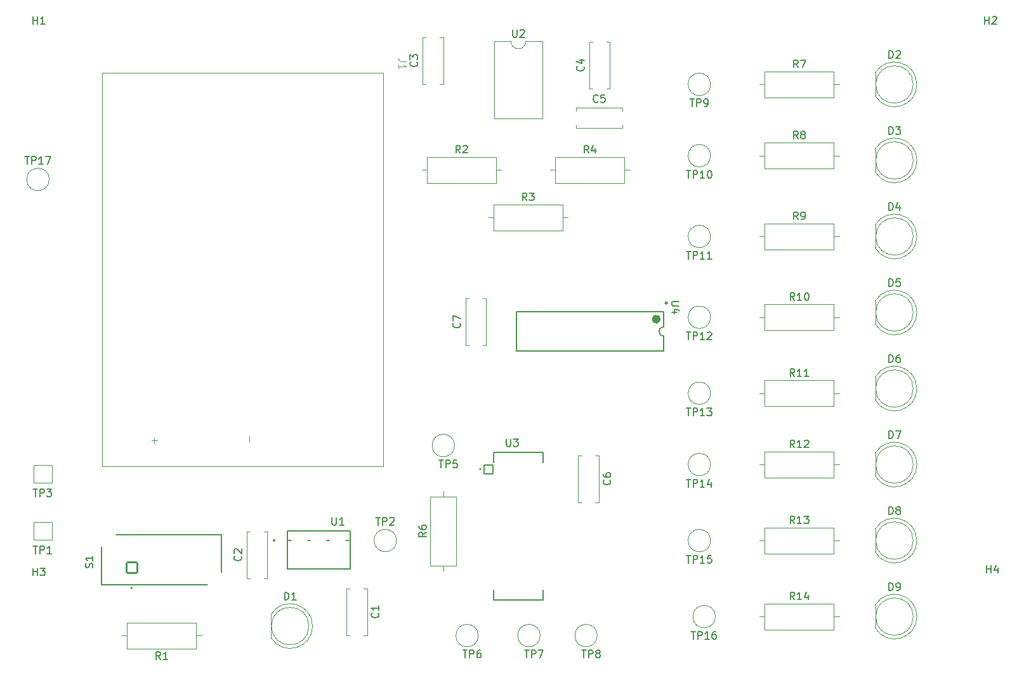
<source format=gto>
%TF.GenerationSoftware,KiCad,Pcbnew,7.0.6*%
%TF.CreationDate,2024-11-05T16:19:31-08:00*%
%TF.ProjectId,LED-Driver,4c45442d-4472-4697-9665-722e6b696361,rev?*%
%TF.SameCoordinates,Original*%
%TF.FileFunction,Legend,Top*%
%TF.FilePolarity,Positive*%
%FSLAX46Y46*%
G04 Gerber Fmt 4.6, Leading zero omitted, Abs format (unit mm)*
G04 Created by KiCad (PCBNEW 7.0.6) date 2024-11-05 16:19:31*
%MOMM*%
%LPD*%
G01*
G04 APERTURE LIST*
G04 Aperture macros list*
%AMRoundRect*
0 Rectangle with rounded corners*
0 $1 Rounding radius*
0 $2 $3 $4 $5 $6 $7 $8 $9 X,Y pos of 4 corners*
0 Add a 4 corners polygon primitive as box body*
4,1,4,$2,$3,$4,$5,$6,$7,$8,$9,$2,$3,0*
0 Add four circle primitives for the rounded corners*
1,1,$1+$1,$2,$3*
1,1,$1+$1,$4,$5*
1,1,$1+$1,$6,$7*
1,1,$1+$1,$8,$9*
0 Add four rect primitives between the rounded corners*
20,1,$1+$1,$2,$3,$4,$5,0*
20,1,$1+$1,$4,$5,$6,$7,0*
20,1,$1+$1,$6,$7,$8,$9,0*
20,1,$1+$1,$8,$9,$2,$3,0*%
G04 Aperture macros list end*
%ADD10C,0.150000*%
%ADD11C,0.100000*%
%ADD12C,0.120000*%
%ADD13C,0.127000*%
%ADD14C,0.200000*%
%ADD15C,0.152400*%
%ADD16C,0.250000*%
%ADD17C,0.600000*%
%ADD18C,1.600000*%
%ADD19RoundRect,0.102000X-0.585000X-0.585000X0.585000X-0.585000X0.585000X0.585000X-0.585000X0.585000X0*%
%ADD20C,1.374000*%
%ADD21C,0.900000*%
%ADD22C,8.600000*%
%ADD23C,2.000000*%
%ADD24C,1.500000*%
%ADD25O,1.600000X1.600000*%
%ADD26RoundRect,0.102000X0.705000X-0.705000X0.705000X0.705000X-0.705000X0.705000X-0.705000X-0.705000X0*%
%ADD27C,1.614000*%
%ADD28C,2.307000*%
%ADD29R,1.524000X1.524000*%
%ADD30C,1.524000*%
%ADD31R,1.800000X1.800000*%
%ADD32C,1.800000*%
%ADD33R,2.000000X2.000000*%
%ADD34R,1.500000X1.500000*%
%ADD35R,1.600000X1.600000*%
G04 APERTURE END LIST*
D10*
X132479580Y-56046666D02*
X132527200Y-56094285D01*
X132527200Y-56094285D02*
X132574819Y-56237142D01*
X132574819Y-56237142D02*
X132574819Y-56332380D01*
X132574819Y-56332380D02*
X132527200Y-56475237D01*
X132527200Y-56475237D02*
X132431961Y-56570475D01*
X132431961Y-56570475D02*
X132336723Y-56618094D01*
X132336723Y-56618094D02*
X132146247Y-56665713D01*
X132146247Y-56665713D02*
X132003390Y-56665713D01*
X132003390Y-56665713D02*
X131812914Y-56618094D01*
X131812914Y-56618094D02*
X131717676Y-56570475D01*
X131717676Y-56570475D02*
X131622438Y-56475237D01*
X131622438Y-56475237D02*
X131574819Y-56332380D01*
X131574819Y-56332380D02*
X131574819Y-56237142D01*
X131574819Y-56237142D02*
X131622438Y-56094285D01*
X131622438Y-56094285D02*
X131670057Y-56046666D01*
X131574819Y-55713332D02*
X131574819Y-55094285D01*
X131574819Y-55094285D02*
X131955771Y-55427618D01*
X131955771Y-55427618D02*
X131955771Y-55284761D01*
X131955771Y-55284761D02*
X132003390Y-55189523D01*
X132003390Y-55189523D02*
X132051009Y-55141904D01*
X132051009Y-55141904D02*
X132146247Y-55094285D01*
X132146247Y-55094285D02*
X132384342Y-55094285D01*
X132384342Y-55094285D02*
X132479580Y-55141904D01*
X132479580Y-55141904D02*
X132527200Y-55189523D01*
X132527200Y-55189523D02*
X132574819Y-55284761D01*
X132574819Y-55284761D02*
X132574819Y-55570475D01*
X132574819Y-55570475D02*
X132527200Y-55665713D01*
X132527200Y-55665713D02*
X132479580Y-55713332D01*
X108984580Y-122086666D02*
X109032200Y-122134285D01*
X109032200Y-122134285D02*
X109079819Y-122277142D01*
X109079819Y-122277142D02*
X109079819Y-122372380D01*
X109079819Y-122372380D02*
X109032200Y-122515237D01*
X109032200Y-122515237D02*
X108936961Y-122610475D01*
X108936961Y-122610475D02*
X108841723Y-122658094D01*
X108841723Y-122658094D02*
X108651247Y-122705713D01*
X108651247Y-122705713D02*
X108508390Y-122705713D01*
X108508390Y-122705713D02*
X108317914Y-122658094D01*
X108317914Y-122658094D02*
X108222676Y-122610475D01*
X108222676Y-122610475D02*
X108127438Y-122515237D01*
X108127438Y-122515237D02*
X108079819Y-122372380D01*
X108079819Y-122372380D02*
X108079819Y-122277142D01*
X108079819Y-122277142D02*
X108127438Y-122134285D01*
X108127438Y-122134285D02*
X108175057Y-122086666D01*
X108175057Y-121705713D02*
X108127438Y-121658094D01*
X108127438Y-121658094D02*
X108079819Y-121562856D01*
X108079819Y-121562856D02*
X108079819Y-121324761D01*
X108079819Y-121324761D02*
X108127438Y-121229523D01*
X108127438Y-121229523D02*
X108175057Y-121181904D01*
X108175057Y-121181904D02*
X108270295Y-121134285D01*
X108270295Y-121134285D02*
X108365533Y-121134285D01*
X108365533Y-121134285D02*
X108508390Y-121181904D01*
X108508390Y-121181904D02*
X109079819Y-121753332D01*
X109079819Y-121753332D02*
X109079819Y-121134285D01*
X144418895Y-106429819D02*
X144418895Y-107239342D01*
X144418895Y-107239342D02*
X144466514Y-107334580D01*
X144466514Y-107334580D02*
X144514133Y-107382200D01*
X144514133Y-107382200D02*
X144609371Y-107429819D01*
X144609371Y-107429819D02*
X144799847Y-107429819D01*
X144799847Y-107429819D02*
X144895085Y-107382200D01*
X144895085Y-107382200D02*
X144942704Y-107334580D01*
X144942704Y-107334580D02*
X144990323Y-107239342D01*
X144990323Y-107239342D02*
X144990323Y-106429819D01*
X145371276Y-106429819D02*
X145990323Y-106429819D01*
X145990323Y-106429819D02*
X145656990Y-106810771D01*
X145656990Y-106810771D02*
X145799847Y-106810771D01*
X145799847Y-106810771D02*
X145895085Y-106858390D01*
X145895085Y-106858390D02*
X145942704Y-106906009D01*
X145942704Y-106906009D02*
X145990323Y-107001247D01*
X145990323Y-107001247D02*
X145990323Y-107239342D01*
X145990323Y-107239342D02*
X145942704Y-107334580D01*
X145942704Y-107334580D02*
X145895085Y-107382200D01*
X145895085Y-107382200D02*
X145799847Y-107429819D01*
X145799847Y-107429819D02*
X145514133Y-107429819D01*
X145514133Y-107429819D02*
X145418895Y-107382200D01*
X145418895Y-107382200D02*
X145371276Y-107334580D01*
X154704580Y-56641666D02*
X154752200Y-56689285D01*
X154752200Y-56689285D02*
X154799819Y-56832142D01*
X154799819Y-56832142D02*
X154799819Y-56927380D01*
X154799819Y-56927380D02*
X154752200Y-57070237D01*
X154752200Y-57070237D02*
X154656961Y-57165475D01*
X154656961Y-57165475D02*
X154561723Y-57213094D01*
X154561723Y-57213094D02*
X154371247Y-57260713D01*
X154371247Y-57260713D02*
X154228390Y-57260713D01*
X154228390Y-57260713D02*
X154037914Y-57213094D01*
X154037914Y-57213094D02*
X153942676Y-57165475D01*
X153942676Y-57165475D02*
X153847438Y-57070237D01*
X153847438Y-57070237D02*
X153799819Y-56927380D01*
X153799819Y-56927380D02*
X153799819Y-56832142D01*
X153799819Y-56832142D02*
X153847438Y-56689285D01*
X153847438Y-56689285D02*
X153895057Y-56641666D01*
X154133152Y-55784523D02*
X154799819Y-55784523D01*
X153752200Y-56022618D02*
X154466485Y-56260713D01*
X154466485Y-56260713D02*
X154466485Y-55641666D01*
X81268895Y-124694819D02*
X81268895Y-123694819D01*
X81268895Y-124171009D02*
X81840323Y-124171009D01*
X81840323Y-124694819D02*
X81840323Y-123694819D01*
X82221276Y-123694819D02*
X82840323Y-123694819D01*
X82840323Y-123694819D02*
X82506990Y-124075771D01*
X82506990Y-124075771D02*
X82649847Y-124075771D01*
X82649847Y-124075771D02*
X82745085Y-124123390D01*
X82745085Y-124123390D02*
X82792704Y-124171009D01*
X82792704Y-124171009D02*
X82840323Y-124266247D01*
X82840323Y-124266247D02*
X82840323Y-124504342D01*
X82840323Y-124504342D02*
X82792704Y-124599580D01*
X82792704Y-124599580D02*
X82745085Y-124647200D01*
X82745085Y-124647200D02*
X82649847Y-124694819D01*
X82649847Y-124694819D02*
X82364133Y-124694819D01*
X82364133Y-124694819D02*
X82268895Y-124647200D01*
X82268895Y-124647200D02*
X82221276Y-124599580D01*
X80176905Y-68709819D02*
X80748333Y-68709819D01*
X80462619Y-69709819D02*
X80462619Y-68709819D01*
X81081667Y-69709819D02*
X81081667Y-68709819D01*
X81081667Y-68709819D02*
X81462619Y-68709819D01*
X81462619Y-68709819D02*
X81557857Y-68757438D01*
X81557857Y-68757438D02*
X81605476Y-68805057D01*
X81605476Y-68805057D02*
X81653095Y-68900295D01*
X81653095Y-68900295D02*
X81653095Y-69043152D01*
X81653095Y-69043152D02*
X81605476Y-69138390D01*
X81605476Y-69138390D02*
X81557857Y-69186009D01*
X81557857Y-69186009D02*
X81462619Y-69233628D01*
X81462619Y-69233628D02*
X81081667Y-69233628D01*
X82605476Y-69709819D02*
X82034048Y-69709819D01*
X82319762Y-69709819D02*
X82319762Y-68709819D01*
X82319762Y-68709819D02*
X82224524Y-68852676D01*
X82224524Y-68852676D02*
X82129286Y-68947914D01*
X82129286Y-68947914D02*
X82034048Y-68995533D01*
X82938810Y-68709819D02*
X83605476Y-68709819D01*
X83605476Y-68709819D02*
X83176905Y-69709819D01*
X135443895Y-109269819D02*
X136015323Y-109269819D01*
X135729609Y-110269819D02*
X135729609Y-109269819D01*
X136348657Y-110269819D02*
X136348657Y-109269819D01*
X136348657Y-109269819D02*
X136729609Y-109269819D01*
X136729609Y-109269819D02*
X136824847Y-109317438D01*
X136824847Y-109317438D02*
X136872466Y-109365057D01*
X136872466Y-109365057D02*
X136920085Y-109460295D01*
X136920085Y-109460295D02*
X136920085Y-109603152D01*
X136920085Y-109603152D02*
X136872466Y-109698390D01*
X136872466Y-109698390D02*
X136824847Y-109746009D01*
X136824847Y-109746009D02*
X136729609Y-109793628D01*
X136729609Y-109793628D02*
X136348657Y-109793628D01*
X137824847Y-109269819D02*
X137348657Y-109269819D01*
X137348657Y-109269819D02*
X137301038Y-109746009D01*
X137301038Y-109746009D02*
X137348657Y-109698390D01*
X137348657Y-109698390D02*
X137443895Y-109650771D01*
X137443895Y-109650771D02*
X137681990Y-109650771D01*
X137681990Y-109650771D02*
X137777228Y-109698390D01*
X137777228Y-109698390D02*
X137824847Y-109746009D01*
X137824847Y-109746009D02*
X137872466Y-109841247D01*
X137872466Y-109841247D02*
X137872466Y-110079342D01*
X137872466Y-110079342D02*
X137824847Y-110174580D01*
X137824847Y-110174580D02*
X137777228Y-110222200D01*
X137777228Y-110222200D02*
X137681990Y-110269819D01*
X137681990Y-110269819D02*
X137443895Y-110269819D01*
X137443895Y-110269819D02*
X137348657Y-110222200D01*
X137348657Y-110222200D02*
X137301038Y-110174580D01*
D11*
X131016380Y-55951666D02*
X130302095Y-55951666D01*
X130302095Y-55951666D02*
X130159238Y-55904047D01*
X130159238Y-55904047D02*
X130064000Y-55808809D01*
X130064000Y-55808809D02*
X130016380Y-55665952D01*
X130016380Y-55665952D02*
X130016380Y-55570714D01*
X130016380Y-56951666D02*
X130016380Y-56380238D01*
X130016380Y-56665952D02*
X131016380Y-56665952D01*
X131016380Y-56665952D02*
X130873523Y-56570714D01*
X130873523Y-56570714D02*
X130778285Y-56475476D01*
X130778285Y-56475476D02*
X130730666Y-56380238D01*
X110108533Y-106143884D02*
X110108533Y-106905789D01*
X97458533Y-106263884D02*
X97458533Y-107025789D01*
X97077580Y-106644836D02*
X97839485Y-106644836D01*
D10*
X81268895Y-50984819D02*
X81268895Y-49984819D01*
X81268895Y-50461009D02*
X81840323Y-50461009D01*
X81840323Y-50984819D02*
X81840323Y-49984819D01*
X82840323Y-50984819D02*
X82268895Y-50984819D01*
X82554609Y-50984819D02*
X82554609Y-49984819D01*
X82554609Y-49984819D02*
X82459371Y-50127676D01*
X82459371Y-50127676D02*
X82364133Y-50222914D01*
X82364133Y-50222914D02*
X82268895Y-50270533D01*
X168918095Y-61009819D02*
X169489523Y-61009819D01*
X169203809Y-62009819D02*
X169203809Y-61009819D01*
X169822857Y-62009819D02*
X169822857Y-61009819D01*
X169822857Y-61009819D02*
X170203809Y-61009819D01*
X170203809Y-61009819D02*
X170299047Y-61057438D01*
X170299047Y-61057438D02*
X170346666Y-61105057D01*
X170346666Y-61105057D02*
X170394285Y-61200295D01*
X170394285Y-61200295D02*
X170394285Y-61343152D01*
X170394285Y-61343152D02*
X170346666Y-61438390D01*
X170346666Y-61438390D02*
X170299047Y-61486009D01*
X170299047Y-61486009D02*
X170203809Y-61533628D01*
X170203809Y-61533628D02*
X169822857Y-61533628D01*
X170870476Y-62009819D02*
X171060952Y-62009819D01*
X171060952Y-62009819D02*
X171156190Y-61962200D01*
X171156190Y-61962200D02*
X171203809Y-61914580D01*
X171203809Y-61914580D02*
X171299047Y-61771723D01*
X171299047Y-61771723D02*
X171346666Y-61581247D01*
X171346666Y-61581247D02*
X171346666Y-61200295D01*
X171346666Y-61200295D02*
X171299047Y-61105057D01*
X171299047Y-61105057D02*
X171251428Y-61057438D01*
X171251428Y-61057438D02*
X171156190Y-61009819D01*
X171156190Y-61009819D02*
X170965714Y-61009819D01*
X170965714Y-61009819D02*
X170870476Y-61057438D01*
X170870476Y-61057438D02*
X170822857Y-61105057D01*
X170822857Y-61105057D02*
X170775238Y-61200295D01*
X170775238Y-61200295D02*
X170775238Y-61438390D01*
X170775238Y-61438390D02*
X170822857Y-61533628D01*
X170822857Y-61533628D02*
X170870476Y-61581247D01*
X170870476Y-61581247D02*
X170965714Y-61628866D01*
X170965714Y-61628866D02*
X171156190Y-61628866D01*
X171156190Y-61628866D02*
X171251428Y-61581247D01*
X171251428Y-61581247D02*
X171299047Y-61533628D01*
X171299047Y-61533628D02*
X171346666Y-61438390D01*
X182872142Y-107589819D02*
X182538809Y-107113628D01*
X182300714Y-107589819D02*
X182300714Y-106589819D01*
X182300714Y-106589819D02*
X182681666Y-106589819D01*
X182681666Y-106589819D02*
X182776904Y-106637438D01*
X182776904Y-106637438D02*
X182824523Y-106685057D01*
X182824523Y-106685057D02*
X182872142Y-106780295D01*
X182872142Y-106780295D02*
X182872142Y-106923152D01*
X182872142Y-106923152D02*
X182824523Y-107018390D01*
X182824523Y-107018390D02*
X182776904Y-107066009D01*
X182776904Y-107066009D02*
X182681666Y-107113628D01*
X182681666Y-107113628D02*
X182300714Y-107113628D01*
X183824523Y-107589819D02*
X183253095Y-107589819D01*
X183538809Y-107589819D02*
X183538809Y-106589819D01*
X183538809Y-106589819D02*
X183443571Y-106732676D01*
X183443571Y-106732676D02*
X183348333Y-106827914D01*
X183348333Y-106827914D02*
X183253095Y-106875533D01*
X184205476Y-106685057D02*
X184253095Y-106637438D01*
X184253095Y-106637438D02*
X184348333Y-106589819D01*
X184348333Y-106589819D02*
X184586428Y-106589819D01*
X184586428Y-106589819D02*
X184681666Y-106637438D01*
X184681666Y-106637438D02*
X184729285Y-106685057D01*
X184729285Y-106685057D02*
X184776904Y-106780295D01*
X184776904Y-106780295D02*
X184776904Y-106875533D01*
X184776904Y-106875533D02*
X184729285Y-107018390D01*
X184729285Y-107018390D02*
X184157857Y-107589819D01*
X184157857Y-107589819D02*
X184776904Y-107589819D01*
X169076905Y-132169819D02*
X169648333Y-132169819D01*
X169362619Y-133169819D02*
X169362619Y-132169819D01*
X169981667Y-133169819D02*
X169981667Y-132169819D01*
X169981667Y-132169819D02*
X170362619Y-132169819D01*
X170362619Y-132169819D02*
X170457857Y-132217438D01*
X170457857Y-132217438D02*
X170505476Y-132265057D01*
X170505476Y-132265057D02*
X170553095Y-132360295D01*
X170553095Y-132360295D02*
X170553095Y-132503152D01*
X170553095Y-132503152D02*
X170505476Y-132598390D01*
X170505476Y-132598390D02*
X170457857Y-132646009D01*
X170457857Y-132646009D02*
X170362619Y-132693628D01*
X170362619Y-132693628D02*
X169981667Y-132693628D01*
X171505476Y-133169819D02*
X170934048Y-133169819D01*
X171219762Y-133169819D02*
X171219762Y-132169819D01*
X171219762Y-132169819D02*
X171124524Y-132312676D01*
X171124524Y-132312676D02*
X171029286Y-132407914D01*
X171029286Y-132407914D02*
X170934048Y-132455533D01*
X172362619Y-132169819D02*
X172172143Y-132169819D01*
X172172143Y-132169819D02*
X172076905Y-132217438D01*
X172076905Y-132217438D02*
X172029286Y-132265057D01*
X172029286Y-132265057D02*
X171934048Y-132407914D01*
X171934048Y-132407914D02*
X171886429Y-132598390D01*
X171886429Y-132598390D02*
X171886429Y-132979342D01*
X171886429Y-132979342D02*
X171934048Y-133074580D01*
X171934048Y-133074580D02*
X171981667Y-133122200D01*
X171981667Y-133122200D02*
X172076905Y-133169819D01*
X172076905Y-133169819D02*
X172267381Y-133169819D01*
X172267381Y-133169819D02*
X172362619Y-133122200D01*
X172362619Y-133122200D02*
X172410238Y-133074580D01*
X172410238Y-133074580D02*
X172457857Y-132979342D01*
X172457857Y-132979342D02*
X172457857Y-132741247D01*
X172457857Y-132741247D02*
X172410238Y-132646009D01*
X172410238Y-132646009D02*
X172362619Y-132598390D01*
X172362619Y-132598390D02*
X172267381Y-132550771D01*
X172267381Y-132550771D02*
X172076905Y-132550771D01*
X172076905Y-132550771D02*
X171981667Y-132598390D01*
X171981667Y-132598390D02*
X171934048Y-132646009D01*
X171934048Y-132646009D02*
X171886429Y-132741247D01*
X138263333Y-68219819D02*
X137930000Y-67743628D01*
X137691905Y-68219819D02*
X137691905Y-67219819D01*
X137691905Y-67219819D02*
X138072857Y-67219819D01*
X138072857Y-67219819D02*
X138168095Y-67267438D01*
X138168095Y-67267438D02*
X138215714Y-67315057D01*
X138215714Y-67315057D02*
X138263333Y-67410295D01*
X138263333Y-67410295D02*
X138263333Y-67553152D01*
X138263333Y-67553152D02*
X138215714Y-67648390D01*
X138215714Y-67648390D02*
X138168095Y-67696009D01*
X138168095Y-67696009D02*
X138072857Y-67743628D01*
X138072857Y-67743628D02*
X137691905Y-67743628D01*
X138644286Y-67315057D02*
X138691905Y-67267438D01*
X138691905Y-67267438D02*
X138787143Y-67219819D01*
X138787143Y-67219819D02*
X139025238Y-67219819D01*
X139025238Y-67219819D02*
X139120476Y-67267438D01*
X139120476Y-67267438D02*
X139168095Y-67315057D01*
X139168095Y-67315057D02*
X139215714Y-67410295D01*
X139215714Y-67410295D02*
X139215714Y-67505533D01*
X139215714Y-67505533D02*
X139168095Y-67648390D01*
X139168095Y-67648390D02*
X138596667Y-68219819D01*
X138596667Y-68219819D02*
X139215714Y-68219819D01*
X127319580Y-129706666D02*
X127367200Y-129754285D01*
X127367200Y-129754285D02*
X127414819Y-129897142D01*
X127414819Y-129897142D02*
X127414819Y-129992380D01*
X127414819Y-129992380D02*
X127367200Y-130135237D01*
X127367200Y-130135237D02*
X127271961Y-130230475D01*
X127271961Y-130230475D02*
X127176723Y-130278094D01*
X127176723Y-130278094D02*
X126986247Y-130325713D01*
X126986247Y-130325713D02*
X126843390Y-130325713D01*
X126843390Y-130325713D02*
X126652914Y-130278094D01*
X126652914Y-130278094D02*
X126557676Y-130230475D01*
X126557676Y-130230475D02*
X126462438Y-130135237D01*
X126462438Y-130135237D02*
X126414819Y-129992380D01*
X126414819Y-129992380D02*
X126414819Y-129897142D01*
X126414819Y-129897142D02*
X126462438Y-129754285D01*
X126462438Y-129754285D02*
X126510057Y-129706666D01*
X127414819Y-128754285D02*
X127414819Y-129325713D01*
X127414819Y-129039999D02*
X126414819Y-129039999D01*
X126414819Y-129039999D02*
X126557676Y-129135237D01*
X126557676Y-129135237D02*
X126652914Y-129230475D01*
X126652914Y-129230475D02*
X126700533Y-129325713D01*
X182872142Y-87904819D02*
X182538809Y-87428628D01*
X182300714Y-87904819D02*
X182300714Y-86904819D01*
X182300714Y-86904819D02*
X182681666Y-86904819D01*
X182681666Y-86904819D02*
X182776904Y-86952438D01*
X182776904Y-86952438D02*
X182824523Y-87000057D01*
X182824523Y-87000057D02*
X182872142Y-87095295D01*
X182872142Y-87095295D02*
X182872142Y-87238152D01*
X182872142Y-87238152D02*
X182824523Y-87333390D01*
X182824523Y-87333390D02*
X182776904Y-87381009D01*
X182776904Y-87381009D02*
X182681666Y-87428628D01*
X182681666Y-87428628D02*
X182300714Y-87428628D01*
X183824523Y-87904819D02*
X183253095Y-87904819D01*
X183538809Y-87904819D02*
X183538809Y-86904819D01*
X183538809Y-86904819D02*
X183443571Y-87047676D01*
X183443571Y-87047676D02*
X183348333Y-87142914D01*
X183348333Y-87142914D02*
X183253095Y-87190533D01*
X184443571Y-86904819D02*
X184538809Y-86904819D01*
X184538809Y-86904819D02*
X184634047Y-86952438D01*
X184634047Y-86952438D02*
X184681666Y-87000057D01*
X184681666Y-87000057D02*
X184729285Y-87095295D01*
X184729285Y-87095295D02*
X184776904Y-87285771D01*
X184776904Y-87285771D02*
X184776904Y-87523866D01*
X184776904Y-87523866D02*
X184729285Y-87714342D01*
X184729285Y-87714342D02*
X184681666Y-87809580D01*
X184681666Y-87809580D02*
X184634047Y-87857200D01*
X184634047Y-87857200D02*
X184538809Y-87904819D01*
X184538809Y-87904819D02*
X184443571Y-87904819D01*
X184443571Y-87904819D02*
X184348333Y-87857200D01*
X184348333Y-87857200D02*
X184300714Y-87809580D01*
X184300714Y-87809580D02*
X184253095Y-87714342D01*
X184253095Y-87714342D02*
X184205476Y-87523866D01*
X184205476Y-87523866D02*
X184205476Y-87285771D01*
X184205476Y-87285771D02*
X184253095Y-87095295D01*
X184253095Y-87095295D02*
X184300714Y-87000057D01*
X184300714Y-87000057D02*
X184348333Y-86952438D01*
X184348333Y-86952438D02*
X184443571Y-86904819D01*
X168441905Y-92164819D02*
X169013333Y-92164819D01*
X168727619Y-93164819D02*
X168727619Y-92164819D01*
X169346667Y-93164819D02*
X169346667Y-92164819D01*
X169346667Y-92164819D02*
X169727619Y-92164819D01*
X169727619Y-92164819D02*
X169822857Y-92212438D01*
X169822857Y-92212438D02*
X169870476Y-92260057D01*
X169870476Y-92260057D02*
X169918095Y-92355295D01*
X169918095Y-92355295D02*
X169918095Y-92498152D01*
X169918095Y-92498152D02*
X169870476Y-92593390D01*
X169870476Y-92593390D02*
X169822857Y-92641009D01*
X169822857Y-92641009D02*
X169727619Y-92688628D01*
X169727619Y-92688628D02*
X169346667Y-92688628D01*
X170870476Y-93164819D02*
X170299048Y-93164819D01*
X170584762Y-93164819D02*
X170584762Y-92164819D01*
X170584762Y-92164819D02*
X170489524Y-92307676D01*
X170489524Y-92307676D02*
X170394286Y-92402914D01*
X170394286Y-92402914D02*
X170299048Y-92450533D01*
X171251429Y-92260057D02*
X171299048Y-92212438D01*
X171299048Y-92212438D02*
X171394286Y-92164819D01*
X171394286Y-92164819D02*
X171632381Y-92164819D01*
X171632381Y-92164819D02*
X171727619Y-92212438D01*
X171727619Y-92212438D02*
X171775238Y-92260057D01*
X171775238Y-92260057D02*
X171822857Y-92355295D01*
X171822857Y-92355295D02*
X171822857Y-92450533D01*
X171822857Y-92450533D02*
X171775238Y-92593390D01*
X171775238Y-92593390D02*
X171203810Y-93164819D01*
X171203810Y-93164819D02*
X171822857Y-93164819D01*
X168441905Y-111849819D02*
X169013333Y-111849819D01*
X168727619Y-112849819D02*
X168727619Y-111849819D01*
X169346667Y-112849819D02*
X169346667Y-111849819D01*
X169346667Y-111849819D02*
X169727619Y-111849819D01*
X169727619Y-111849819D02*
X169822857Y-111897438D01*
X169822857Y-111897438D02*
X169870476Y-111945057D01*
X169870476Y-111945057D02*
X169918095Y-112040295D01*
X169918095Y-112040295D02*
X169918095Y-112183152D01*
X169918095Y-112183152D02*
X169870476Y-112278390D01*
X169870476Y-112278390D02*
X169822857Y-112326009D01*
X169822857Y-112326009D02*
X169727619Y-112373628D01*
X169727619Y-112373628D02*
X169346667Y-112373628D01*
X170870476Y-112849819D02*
X170299048Y-112849819D01*
X170584762Y-112849819D02*
X170584762Y-111849819D01*
X170584762Y-111849819D02*
X170489524Y-111992676D01*
X170489524Y-111992676D02*
X170394286Y-112087914D01*
X170394286Y-112087914D02*
X170299048Y-112135533D01*
X171727619Y-112183152D02*
X171727619Y-112849819D01*
X171489524Y-111802200D02*
X171251429Y-112516485D01*
X171251429Y-112516485D02*
X171870476Y-112516485D01*
X89197200Y-123641904D02*
X89244819Y-123499047D01*
X89244819Y-123499047D02*
X89244819Y-123260952D01*
X89244819Y-123260952D02*
X89197200Y-123165714D01*
X89197200Y-123165714D02*
X89149580Y-123118095D01*
X89149580Y-123118095D02*
X89054342Y-123070476D01*
X89054342Y-123070476D02*
X88959104Y-123070476D01*
X88959104Y-123070476D02*
X88863866Y-123118095D01*
X88863866Y-123118095D02*
X88816247Y-123165714D01*
X88816247Y-123165714D02*
X88768628Y-123260952D01*
X88768628Y-123260952D02*
X88721009Y-123451428D01*
X88721009Y-123451428D02*
X88673390Y-123546666D01*
X88673390Y-123546666D02*
X88625771Y-123594285D01*
X88625771Y-123594285D02*
X88530533Y-123641904D01*
X88530533Y-123641904D02*
X88435295Y-123641904D01*
X88435295Y-123641904D02*
X88340057Y-123594285D01*
X88340057Y-123594285D02*
X88292438Y-123546666D01*
X88292438Y-123546666D02*
X88244819Y-123451428D01*
X88244819Y-123451428D02*
X88244819Y-123213333D01*
X88244819Y-123213333D02*
X88292438Y-123070476D01*
X89244819Y-122118095D02*
X89244819Y-122689523D01*
X89244819Y-122403809D02*
X88244819Y-122403809D01*
X88244819Y-122403809D02*
X88387676Y-122499047D01*
X88387676Y-122499047D02*
X88482914Y-122594285D01*
X88482914Y-122594285D02*
X88530533Y-122689523D01*
X121158095Y-116929819D02*
X121158095Y-117739342D01*
X121158095Y-117739342D02*
X121205714Y-117834580D01*
X121205714Y-117834580D02*
X121253333Y-117882200D01*
X121253333Y-117882200D02*
X121348571Y-117929819D01*
X121348571Y-117929819D02*
X121539047Y-117929819D01*
X121539047Y-117929819D02*
X121634285Y-117882200D01*
X121634285Y-117882200D02*
X121681904Y-117834580D01*
X121681904Y-117834580D02*
X121729523Y-117739342D01*
X121729523Y-117739342D02*
X121729523Y-116929819D01*
X122729523Y-117929819D02*
X122158095Y-117929819D01*
X122443809Y-117929819D02*
X122443809Y-116929819D01*
X122443809Y-116929819D02*
X122348571Y-117072676D01*
X122348571Y-117072676D02*
X122253333Y-117167914D01*
X122253333Y-117167914D02*
X122158095Y-117215533D01*
X114826905Y-127939819D02*
X114826905Y-126939819D01*
X114826905Y-126939819D02*
X115065000Y-126939819D01*
X115065000Y-126939819D02*
X115207857Y-126987438D01*
X115207857Y-126987438D02*
X115303095Y-127082676D01*
X115303095Y-127082676D02*
X115350714Y-127177914D01*
X115350714Y-127177914D02*
X115398333Y-127368390D01*
X115398333Y-127368390D02*
X115398333Y-127511247D01*
X115398333Y-127511247D02*
X115350714Y-127701723D01*
X115350714Y-127701723D02*
X115303095Y-127796961D01*
X115303095Y-127796961D02*
X115207857Y-127892200D01*
X115207857Y-127892200D02*
X115065000Y-127939819D01*
X115065000Y-127939819D02*
X114826905Y-127939819D01*
X116350714Y-127939819D02*
X115779286Y-127939819D01*
X116065000Y-127939819D02*
X116065000Y-126939819D01*
X116065000Y-126939819D02*
X115969762Y-127082676D01*
X115969762Y-127082676D02*
X115874524Y-127177914D01*
X115874524Y-127177914D02*
X115779286Y-127225533D01*
X98258333Y-135889819D02*
X97925000Y-135413628D01*
X97686905Y-135889819D02*
X97686905Y-134889819D01*
X97686905Y-134889819D02*
X98067857Y-134889819D01*
X98067857Y-134889819D02*
X98163095Y-134937438D01*
X98163095Y-134937438D02*
X98210714Y-134985057D01*
X98210714Y-134985057D02*
X98258333Y-135080295D01*
X98258333Y-135080295D02*
X98258333Y-135223152D01*
X98258333Y-135223152D02*
X98210714Y-135318390D01*
X98210714Y-135318390D02*
X98163095Y-135366009D01*
X98163095Y-135366009D02*
X98067857Y-135413628D01*
X98067857Y-135413628D02*
X97686905Y-135413628D01*
X99210714Y-135889819D02*
X98639286Y-135889819D01*
X98925000Y-135889819D02*
X98925000Y-134889819D01*
X98925000Y-134889819D02*
X98829762Y-135032676D01*
X98829762Y-135032676D02*
X98734524Y-135127914D01*
X98734524Y-135127914D02*
X98639286Y-135175533D01*
X81288095Y-113119819D02*
X81859523Y-113119819D01*
X81573809Y-114119819D02*
X81573809Y-113119819D01*
X82192857Y-114119819D02*
X82192857Y-113119819D01*
X82192857Y-113119819D02*
X82573809Y-113119819D01*
X82573809Y-113119819D02*
X82669047Y-113167438D01*
X82669047Y-113167438D02*
X82716666Y-113215057D01*
X82716666Y-113215057D02*
X82764285Y-113310295D01*
X82764285Y-113310295D02*
X82764285Y-113453152D01*
X82764285Y-113453152D02*
X82716666Y-113548390D01*
X82716666Y-113548390D02*
X82669047Y-113596009D01*
X82669047Y-113596009D02*
X82573809Y-113643628D01*
X82573809Y-113643628D02*
X82192857Y-113643628D01*
X83097619Y-113119819D02*
X83716666Y-113119819D01*
X83716666Y-113119819D02*
X83383333Y-113500771D01*
X83383333Y-113500771D02*
X83526190Y-113500771D01*
X83526190Y-113500771D02*
X83621428Y-113548390D01*
X83621428Y-113548390D02*
X83669047Y-113596009D01*
X83669047Y-113596009D02*
X83716666Y-113691247D01*
X83716666Y-113691247D02*
X83716666Y-113929342D01*
X83716666Y-113929342D02*
X83669047Y-114024580D01*
X83669047Y-114024580D02*
X83621428Y-114072200D01*
X83621428Y-114072200D02*
X83526190Y-114119819D01*
X83526190Y-114119819D02*
X83240476Y-114119819D01*
X83240476Y-114119819D02*
X83145238Y-114072200D01*
X83145238Y-114072200D02*
X83097619Y-114024580D01*
X208528495Y-124319419D02*
X208528495Y-123319419D01*
X208528495Y-123795609D02*
X209099923Y-123795609D01*
X209099923Y-124319419D02*
X209099923Y-123319419D01*
X210004685Y-123652752D02*
X210004685Y-124319419D01*
X209766590Y-123271800D02*
X209528495Y-123986085D01*
X209528495Y-123986085D02*
X210147542Y-123986085D01*
X168441905Y-122009819D02*
X169013333Y-122009819D01*
X168727619Y-123009819D02*
X168727619Y-122009819D01*
X169346667Y-123009819D02*
X169346667Y-122009819D01*
X169346667Y-122009819D02*
X169727619Y-122009819D01*
X169727619Y-122009819D02*
X169822857Y-122057438D01*
X169822857Y-122057438D02*
X169870476Y-122105057D01*
X169870476Y-122105057D02*
X169918095Y-122200295D01*
X169918095Y-122200295D02*
X169918095Y-122343152D01*
X169918095Y-122343152D02*
X169870476Y-122438390D01*
X169870476Y-122438390D02*
X169822857Y-122486009D01*
X169822857Y-122486009D02*
X169727619Y-122533628D01*
X169727619Y-122533628D02*
X169346667Y-122533628D01*
X170870476Y-123009819D02*
X170299048Y-123009819D01*
X170584762Y-123009819D02*
X170584762Y-122009819D01*
X170584762Y-122009819D02*
X170489524Y-122152676D01*
X170489524Y-122152676D02*
X170394286Y-122247914D01*
X170394286Y-122247914D02*
X170299048Y-122295533D01*
X171775238Y-122009819D02*
X171299048Y-122009819D01*
X171299048Y-122009819D02*
X171251429Y-122486009D01*
X171251429Y-122486009D02*
X171299048Y-122438390D01*
X171299048Y-122438390D02*
X171394286Y-122390771D01*
X171394286Y-122390771D02*
X171632381Y-122390771D01*
X171632381Y-122390771D02*
X171727619Y-122438390D01*
X171727619Y-122438390D02*
X171775238Y-122486009D01*
X171775238Y-122486009D02*
X171822857Y-122581247D01*
X171822857Y-122581247D02*
X171822857Y-122819342D01*
X171822857Y-122819342D02*
X171775238Y-122914580D01*
X171775238Y-122914580D02*
X171727619Y-122962200D01*
X171727619Y-122962200D02*
X171632381Y-123009819D01*
X171632381Y-123009819D02*
X171394286Y-123009819D01*
X171394286Y-123009819D02*
X171299048Y-122962200D01*
X171299048Y-122962200D02*
X171251429Y-122914580D01*
X208268895Y-50984819D02*
X208268895Y-49984819D01*
X208268895Y-50461009D02*
X208840323Y-50461009D01*
X208840323Y-50984819D02*
X208840323Y-49984819D01*
X209268895Y-50080057D02*
X209316514Y-50032438D01*
X209316514Y-50032438D02*
X209411752Y-49984819D01*
X209411752Y-49984819D02*
X209649847Y-49984819D01*
X209649847Y-49984819D02*
X209745085Y-50032438D01*
X209745085Y-50032438D02*
X209792704Y-50080057D01*
X209792704Y-50080057D02*
X209840323Y-50175295D01*
X209840323Y-50175295D02*
X209840323Y-50270533D01*
X209840323Y-50270533D02*
X209792704Y-50413390D01*
X209792704Y-50413390D02*
X209221276Y-50984819D01*
X209221276Y-50984819D02*
X209840323Y-50984819D01*
X195471905Y-55549819D02*
X195471905Y-54549819D01*
X195471905Y-54549819D02*
X195710000Y-54549819D01*
X195710000Y-54549819D02*
X195852857Y-54597438D01*
X195852857Y-54597438D02*
X195948095Y-54692676D01*
X195948095Y-54692676D02*
X195995714Y-54787914D01*
X195995714Y-54787914D02*
X196043333Y-54978390D01*
X196043333Y-54978390D02*
X196043333Y-55121247D01*
X196043333Y-55121247D02*
X195995714Y-55311723D01*
X195995714Y-55311723D02*
X195948095Y-55406961D01*
X195948095Y-55406961D02*
X195852857Y-55502200D01*
X195852857Y-55502200D02*
X195710000Y-55549819D01*
X195710000Y-55549819D02*
X195471905Y-55549819D01*
X196424286Y-54645057D02*
X196471905Y-54597438D01*
X196471905Y-54597438D02*
X196567143Y-54549819D01*
X196567143Y-54549819D02*
X196805238Y-54549819D01*
X196805238Y-54549819D02*
X196900476Y-54597438D01*
X196900476Y-54597438D02*
X196948095Y-54645057D01*
X196948095Y-54645057D02*
X196995714Y-54740295D01*
X196995714Y-54740295D02*
X196995714Y-54835533D01*
X196995714Y-54835533D02*
X196948095Y-54978390D01*
X196948095Y-54978390D02*
X196376667Y-55549819D01*
X196376667Y-55549819D02*
X196995714Y-55549819D01*
X195476905Y-75869819D02*
X195476905Y-74869819D01*
X195476905Y-74869819D02*
X195715000Y-74869819D01*
X195715000Y-74869819D02*
X195857857Y-74917438D01*
X195857857Y-74917438D02*
X195953095Y-75012676D01*
X195953095Y-75012676D02*
X196000714Y-75107914D01*
X196000714Y-75107914D02*
X196048333Y-75298390D01*
X196048333Y-75298390D02*
X196048333Y-75441247D01*
X196048333Y-75441247D02*
X196000714Y-75631723D01*
X196000714Y-75631723D02*
X195953095Y-75726961D01*
X195953095Y-75726961D02*
X195857857Y-75822200D01*
X195857857Y-75822200D02*
X195715000Y-75869819D01*
X195715000Y-75869819D02*
X195476905Y-75869819D01*
X196905476Y-75203152D02*
X196905476Y-75869819D01*
X196667381Y-74822200D02*
X196429286Y-75536485D01*
X196429286Y-75536485D02*
X197048333Y-75536485D01*
X167480180Y-88063095D02*
X166670657Y-88063095D01*
X166670657Y-88063095D02*
X166575419Y-88110714D01*
X166575419Y-88110714D02*
X166527800Y-88158333D01*
X166527800Y-88158333D02*
X166480180Y-88253571D01*
X166480180Y-88253571D02*
X166480180Y-88444047D01*
X166480180Y-88444047D02*
X166527800Y-88539285D01*
X166527800Y-88539285D02*
X166575419Y-88586904D01*
X166575419Y-88586904D02*
X166670657Y-88634523D01*
X166670657Y-88634523D02*
X167480180Y-88634523D01*
X167146847Y-89539285D02*
X166480180Y-89539285D01*
X167527800Y-89301190D02*
X166813514Y-89063095D01*
X166813514Y-89063095D02*
X166813514Y-89682142D01*
X195476905Y-65709819D02*
X195476905Y-64709819D01*
X195476905Y-64709819D02*
X195715000Y-64709819D01*
X195715000Y-64709819D02*
X195857857Y-64757438D01*
X195857857Y-64757438D02*
X195953095Y-64852676D01*
X195953095Y-64852676D02*
X196000714Y-64947914D01*
X196000714Y-64947914D02*
X196048333Y-65138390D01*
X196048333Y-65138390D02*
X196048333Y-65281247D01*
X196048333Y-65281247D02*
X196000714Y-65471723D01*
X196000714Y-65471723D02*
X195953095Y-65566961D01*
X195953095Y-65566961D02*
X195857857Y-65662200D01*
X195857857Y-65662200D02*
X195715000Y-65709819D01*
X195715000Y-65709819D02*
X195476905Y-65709819D01*
X196381667Y-64709819D02*
X197000714Y-64709819D01*
X197000714Y-64709819D02*
X196667381Y-65090771D01*
X196667381Y-65090771D02*
X196810238Y-65090771D01*
X196810238Y-65090771D02*
X196905476Y-65138390D01*
X196905476Y-65138390D02*
X196953095Y-65186009D01*
X196953095Y-65186009D02*
X197000714Y-65281247D01*
X197000714Y-65281247D02*
X197000714Y-65519342D01*
X197000714Y-65519342D02*
X196953095Y-65614580D01*
X196953095Y-65614580D02*
X196905476Y-65662200D01*
X196905476Y-65662200D02*
X196810238Y-65709819D01*
X196810238Y-65709819D02*
X196524524Y-65709819D01*
X196524524Y-65709819D02*
X196429286Y-65662200D01*
X196429286Y-65662200D02*
X196381667Y-65614580D01*
X183348333Y-77109819D02*
X183015000Y-76633628D01*
X182776905Y-77109819D02*
X182776905Y-76109819D01*
X182776905Y-76109819D02*
X183157857Y-76109819D01*
X183157857Y-76109819D02*
X183253095Y-76157438D01*
X183253095Y-76157438D02*
X183300714Y-76205057D01*
X183300714Y-76205057D02*
X183348333Y-76300295D01*
X183348333Y-76300295D02*
X183348333Y-76443152D01*
X183348333Y-76443152D02*
X183300714Y-76538390D01*
X183300714Y-76538390D02*
X183253095Y-76586009D01*
X183253095Y-76586009D02*
X183157857Y-76633628D01*
X183157857Y-76633628D02*
X182776905Y-76633628D01*
X183824524Y-77109819D02*
X184015000Y-77109819D01*
X184015000Y-77109819D02*
X184110238Y-77062200D01*
X184110238Y-77062200D02*
X184157857Y-77014580D01*
X184157857Y-77014580D02*
X184253095Y-76871723D01*
X184253095Y-76871723D02*
X184300714Y-76681247D01*
X184300714Y-76681247D02*
X184300714Y-76300295D01*
X184300714Y-76300295D02*
X184253095Y-76205057D01*
X184253095Y-76205057D02*
X184205476Y-76157438D01*
X184205476Y-76157438D02*
X184110238Y-76109819D01*
X184110238Y-76109819D02*
X183919762Y-76109819D01*
X183919762Y-76109819D02*
X183824524Y-76157438D01*
X183824524Y-76157438D02*
X183776905Y-76205057D01*
X183776905Y-76205057D02*
X183729286Y-76300295D01*
X183729286Y-76300295D02*
X183729286Y-76538390D01*
X183729286Y-76538390D02*
X183776905Y-76633628D01*
X183776905Y-76633628D02*
X183824524Y-76681247D01*
X183824524Y-76681247D02*
X183919762Y-76728866D01*
X183919762Y-76728866D02*
X184110238Y-76728866D01*
X184110238Y-76728866D02*
X184205476Y-76681247D01*
X184205476Y-76681247D02*
X184253095Y-76633628D01*
X184253095Y-76633628D02*
X184300714Y-76538390D01*
X168441905Y-102324819D02*
X169013333Y-102324819D01*
X168727619Y-103324819D02*
X168727619Y-102324819D01*
X169346667Y-103324819D02*
X169346667Y-102324819D01*
X169346667Y-102324819D02*
X169727619Y-102324819D01*
X169727619Y-102324819D02*
X169822857Y-102372438D01*
X169822857Y-102372438D02*
X169870476Y-102420057D01*
X169870476Y-102420057D02*
X169918095Y-102515295D01*
X169918095Y-102515295D02*
X169918095Y-102658152D01*
X169918095Y-102658152D02*
X169870476Y-102753390D01*
X169870476Y-102753390D02*
X169822857Y-102801009D01*
X169822857Y-102801009D02*
X169727619Y-102848628D01*
X169727619Y-102848628D02*
X169346667Y-102848628D01*
X170870476Y-103324819D02*
X170299048Y-103324819D01*
X170584762Y-103324819D02*
X170584762Y-102324819D01*
X170584762Y-102324819D02*
X170489524Y-102467676D01*
X170489524Y-102467676D02*
X170394286Y-102562914D01*
X170394286Y-102562914D02*
X170299048Y-102610533D01*
X171203810Y-102324819D02*
X171822857Y-102324819D01*
X171822857Y-102324819D02*
X171489524Y-102705771D01*
X171489524Y-102705771D02*
X171632381Y-102705771D01*
X171632381Y-102705771D02*
X171727619Y-102753390D01*
X171727619Y-102753390D02*
X171775238Y-102801009D01*
X171775238Y-102801009D02*
X171822857Y-102896247D01*
X171822857Y-102896247D02*
X171822857Y-103134342D01*
X171822857Y-103134342D02*
X171775238Y-103229580D01*
X171775238Y-103229580D02*
X171727619Y-103277200D01*
X171727619Y-103277200D02*
X171632381Y-103324819D01*
X171632381Y-103324819D02*
X171346667Y-103324819D01*
X171346667Y-103324819D02*
X171251429Y-103277200D01*
X171251429Y-103277200D02*
X171203810Y-103229580D01*
X158230380Y-111926666D02*
X158278000Y-111974285D01*
X158278000Y-111974285D02*
X158325619Y-112117142D01*
X158325619Y-112117142D02*
X158325619Y-112212380D01*
X158325619Y-112212380D02*
X158278000Y-112355237D01*
X158278000Y-112355237D02*
X158182761Y-112450475D01*
X158182761Y-112450475D02*
X158087523Y-112498094D01*
X158087523Y-112498094D02*
X157897047Y-112545713D01*
X157897047Y-112545713D02*
X157754190Y-112545713D01*
X157754190Y-112545713D02*
X157563714Y-112498094D01*
X157563714Y-112498094D02*
X157468476Y-112450475D01*
X157468476Y-112450475D02*
X157373238Y-112355237D01*
X157373238Y-112355237D02*
X157325619Y-112212380D01*
X157325619Y-112212380D02*
X157325619Y-112117142D01*
X157325619Y-112117142D02*
X157373238Y-111974285D01*
X157373238Y-111974285D02*
X157420857Y-111926666D01*
X157325619Y-111069523D02*
X157325619Y-111259999D01*
X157325619Y-111259999D02*
X157373238Y-111355237D01*
X157373238Y-111355237D02*
X157420857Y-111402856D01*
X157420857Y-111402856D02*
X157563714Y-111498094D01*
X157563714Y-111498094D02*
X157754190Y-111545713D01*
X157754190Y-111545713D02*
X158135142Y-111545713D01*
X158135142Y-111545713D02*
X158230380Y-111498094D01*
X158230380Y-111498094D02*
X158278000Y-111450475D01*
X158278000Y-111450475D02*
X158325619Y-111355237D01*
X158325619Y-111355237D02*
X158325619Y-111164761D01*
X158325619Y-111164761D02*
X158278000Y-111069523D01*
X158278000Y-111069523D02*
X158230380Y-111021904D01*
X158230380Y-111021904D02*
X158135142Y-110974285D01*
X158135142Y-110974285D02*
X157897047Y-110974285D01*
X157897047Y-110974285D02*
X157801809Y-111021904D01*
X157801809Y-111021904D02*
X157754190Y-111069523D01*
X157754190Y-111069523D02*
X157706571Y-111164761D01*
X157706571Y-111164761D02*
X157706571Y-111355237D01*
X157706571Y-111355237D02*
X157754190Y-111450475D01*
X157754190Y-111450475D02*
X157801809Y-111498094D01*
X157801809Y-111498094D02*
X157897047Y-111545713D01*
X195476905Y-86029819D02*
X195476905Y-85029819D01*
X195476905Y-85029819D02*
X195715000Y-85029819D01*
X195715000Y-85029819D02*
X195857857Y-85077438D01*
X195857857Y-85077438D02*
X195953095Y-85172676D01*
X195953095Y-85172676D02*
X196000714Y-85267914D01*
X196000714Y-85267914D02*
X196048333Y-85458390D01*
X196048333Y-85458390D02*
X196048333Y-85601247D01*
X196048333Y-85601247D02*
X196000714Y-85791723D01*
X196000714Y-85791723D02*
X195953095Y-85886961D01*
X195953095Y-85886961D02*
X195857857Y-85982200D01*
X195857857Y-85982200D02*
X195715000Y-86029819D01*
X195715000Y-86029819D02*
X195476905Y-86029819D01*
X196953095Y-85029819D02*
X196476905Y-85029819D01*
X196476905Y-85029819D02*
X196429286Y-85506009D01*
X196429286Y-85506009D02*
X196476905Y-85458390D01*
X196476905Y-85458390D02*
X196572143Y-85410771D01*
X196572143Y-85410771D02*
X196810238Y-85410771D01*
X196810238Y-85410771D02*
X196905476Y-85458390D01*
X196905476Y-85458390D02*
X196953095Y-85506009D01*
X196953095Y-85506009D02*
X197000714Y-85601247D01*
X197000714Y-85601247D02*
X197000714Y-85839342D01*
X197000714Y-85839342D02*
X196953095Y-85934580D01*
X196953095Y-85934580D02*
X196905476Y-85982200D01*
X196905476Y-85982200D02*
X196810238Y-86029819D01*
X196810238Y-86029819D02*
X196572143Y-86029819D01*
X196572143Y-86029819D02*
X196476905Y-85982200D01*
X196476905Y-85982200D02*
X196429286Y-85934580D01*
X156638333Y-61359580D02*
X156590714Y-61407200D01*
X156590714Y-61407200D02*
X156447857Y-61454819D01*
X156447857Y-61454819D02*
X156352619Y-61454819D01*
X156352619Y-61454819D02*
X156209762Y-61407200D01*
X156209762Y-61407200D02*
X156114524Y-61311961D01*
X156114524Y-61311961D02*
X156066905Y-61216723D01*
X156066905Y-61216723D02*
X156019286Y-61026247D01*
X156019286Y-61026247D02*
X156019286Y-60883390D01*
X156019286Y-60883390D02*
X156066905Y-60692914D01*
X156066905Y-60692914D02*
X156114524Y-60597676D01*
X156114524Y-60597676D02*
X156209762Y-60502438D01*
X156209762Y-60502438D02*
X156352619Y-60454819D01*
X156352619Y-60454819D02*
X156447857Y-60454819D01*
X156447857Y-60454819D02*
X156590714Y-60502438D01*
X156590714Y-60502438D02*
X156638333Y-60550057D01*
X157543095Y-60454819D02*
X157066905Y-60454819D01*
X157066905Y-60454819D02*
X157019286Y-60931009D01*
X157019286Y-60931009D02*
X157066905Y-60883390D01*
X157066905Y-60883390D02*
X157162143Y-60835771D01*
X157162143Y-60835771D02*
X157400238Y-60835771D01*
X157400238Y-60835771D02*
X157495476Y-60883390D01*
X157495476Y-60883390D02*
X157543095Y-60931009D01*
X157543095Y-60931009D02*
X157590714Y-61026247D01*
X157590714Y-61026247D02*
X157590714Y-61264342D01*
X157590714Y-61264342D02*
X157543095Y-61359580D01*
X157543095Y-61359580D02*
X157495476Y-61407200D01*
X157495476Y-61407200D02*
X157400238Y-61454819D01*
X157400238Y-61454819D02*
X157162143Y-61454819D01*
X157162143Y-61454819D02*
X157066905Y-61407200D01*
X157066905Y-61407200D02*
X157019286Y-61359580D01*
X183348333Y-66314819D02*
X183015000Y-65838628D01*
X182776905Y-66314819D02*
X182776905Y-65314819D01*
X182776905Y-65314819D02*
X183157857Y-65314819D01*
X183157857Y-65314819D02*
X183253095Y-65362438D01*
X183253095Y-65362438D02*
X183300714Y-65410057D01*
X183300714Y-65410057D02*
X183348333Y-65505295D01*
X183348333Y-65505295D02*
X183348333Y-65648152D01*
X183348333Y-65648152D02*
X183300714Y-65743390D01*
X183300714Y-65743390D02*
X183253095Y-65791009D01*
X183253095Y-65791009D02*
X183157857Y-65838628D01*
X183157857Y-65838628D02*
X182776905Y-65838628D01*
X183919762Y-65743390D02*
X183824524Y-65695771D01*
X183824524Y-65695771D02*
X183776905Y-65648152D01*
X183776905Y-65648152D02*
X183729286Y-65552914D01*
X183729286Y-65552914D02*
X183729286Y-65505295D01*
X183729286Y-65505295D02*
X183776905Y-65410057D01*
X183776905Y-65410057D02*
X183824524Y-65362438D01*
X183824524Y-65362438D02*
X183919762Y-65314819D01*
X183919762Y-65314819D02*
X184110238Y-65314819D01*
X184110238Y-65314819D02*
X184205476Y-65362438D01*
X184205476Y-65362438D02*
X184253095Y-65410057D01*
X184253095Y-65410057D02*
X184300714Y-65505295D01*
X184300714Y-65505295D02*
X184300714Y-65552914D01*
X184300714Y-65552914D02*
X184253095Y-65648152D01*
X184253095Y-65648152D02*
X184205476Y-65695771D01*
X184205476Y-65695771D02*
X184110238Y-65743390D01*
X184110238Y-65743390D02*
X183919762Y-65743390D01*
X183919762Y-65743390D02*
X183824524Y-65791009D01*
X183824524Y-65791009D02*
X183776905Y-65838628D01*
X183776905Y-65838628D02*
X183729286Y-65933866D01*
X183729286Y-65933866D02*
X183729286Y-66124342D01*
X183729286Y-66124342D02*
X183776905Y-66219580D01*
X183776905Y-66219580D02*
X183824524Y-66267200D01*
X183824524Y-66267200D02*
X183919762Y-66314819D01*
X183919762Y-66314819D02*
X184110238Y-66314819D01*
X184110238Y-66314819D02*
X184205476Y-66267200D01*
X184205476Y-66267200D02*
X184253095Y-66219580D01*
X184253095Y-66219580D02*
X184300714Y-66124342D01*
X184300714Y-66124342D02*
X184300714Y-65933866D01*
X184300714Y-65933866D02*
X184253095Y-65838628D01*
X184253095Y-65838628D02*
X184205476Y-65791009D01*
X184205476Y-65791009D02*
X184110238Y-65743390D01*
X168441905Y-70574819D02*
X169013333Y-70574819D01*
X168727619Y-71574819D02*
X168727619Y-70574819D01*
X169346667Y-71574819D02*
X169346667Y-70574819D01*
X169346667Y-70574819D02*
X169727619Y-70574819D01*
X169727619Y-70574819D02*
X169822857Y-70622438D01*
X169822857Y-70622438D02*
X169870476Y-70670057D01*
X169870476Y-70670057D02*
X169918095Y-70765295D01*
X169918095Y-70765295D02*
X169918095Y-70908152D01*
X169918095Y-70908152D02*
X169870476Y-71003390D01*
X169870476Y-71003390D02*
X169822857Y-71051009D01*
X169822857Y-71051009D02*
X169727619Y-71098628D01*
X169727619Y-71098628D02*
X169346667Y-71098628D01*
X170870476Y-71574819D02*
X170299048Y-71574819D01*
X170584762Y-71574819D02*
X170584762Y-70574819D01*
X170584762Y-70574819D02*
X170489524Y-70717676D01*
X170489524Y-70717676D02*
X170394286Y-70812914D01*
X170394286Y-70812914D02*
X170299048Y-70860533D01*
X171489524Y-70574819D02*
X171584762Y-70574819D01*
X171584762Y-70574819D02*
X171680000Y-70622438D01*
X171680000Y-70622438D02*
X171727619Y-70670057D01*
X171727619Y-70670057D02*
X171775238Y-70765295D01*
X171775238Y-70765295D02*
X171822857Y-70955771D01*
X171822857Y-70955771D02*
X171822857Y-71193866D01*
X171822857Y-71193866D02*
X171775238Y-71384342D01*
X171775238Y-71384342D02*
X171727619Y-71479580D01*
X171727619Y-71479580D02*
X171680000Y-71527200D01*
X171680000Y-71527200D02*
X171584762Y-71574819D01*
X171584762Y-71574819D02*
X171489524Y-71574819D01*
X171489524Y-71574819D02*
X171394286Y-71527200D01*
X171394286Y-71527200D02*
X171346667Y-71479580D01*
X171346667Y-71479580D02*
X171299048Y-71384342D01*
X171299048Y-71384342D02*
X171251429Y-71193866D01*
X171251429Y-71193866D02*
X171251429Y-70955771D01*
X171251429Y-70955771D02*
X171299048Y-70765295D01*
X171299048Y-70765295D02*
X171346667Y-70670057D01*
X171346667Y-70670057D02*
X171394286Y-70622438D01*
X171394286Y-70622438D02*
X171489524Y-70574819D01*
X195476905Y-126669819D02*
X195476905Y-125669819D01*
X195476905Y-125669819D02*
X195715000Y-125669819D01*
X195715000Y-125669819D02*
X195857857Y-125717438D01*
X195857857Y-125717438D02*
X195953095Y-125812676D01*
X195953095Y-125812676D02*
X196000714Y-125907914D01*
X196000714Y-125907914D02*
X196048333Y-126098390D01*
X196048333Y-126098390D02*
X196048333Y-126241247D01*
X196048333Y-126241247D02*
X196000714Y-126431723D01*
X196000714Y-126431723D02*
X195953095Y-126526961D01*
X195953095Y-126526961D02*
X195857857Y-126622200D01*
X195857857Y-126622200D02*
X195715000Y-126669819D01*
X195715000Y-126669819D02*
X195476905Y-126669819D01*
X196524524Y-126669819D02*
X196715000Y-126669819D01*
X196715000Y-126669819D02*
X196810238Y-126622200D01*
X196810238Y-126622200D02*
X196857857Y-126574580D01*
X196857857Y-126574580D02*
X196953095Y-126431723D01*
X196953095Y-126431723D02*
X197000714Y-126241247D01*
X197000714Y-126241247D02*
X197000714Y-125860295D01*
X197000714Y-125860295D02*
X196953095Y-125765057D01*
X196953095Y-125765057D02*
X196905476Y-125717438D01*
X196905476Y-125717438D02*
X196810238Y-125669819D01*
X196810238Y-125669819D02*
X196619762Y-125669819D01*
X196619762Y-125669819D02*
X196524524Y-125717438D01*
X196524524Y-125717438D02*
X196476905Y-125765057D01*
X196476905Y-125765057D02*
X196429286Y-125860295D01*
X196429286Y-125860295D02*
X196429286Y-126098390D01*
X196429286Y-126098390D02*
X196476905Y-126193628D01*
X196476905Y-126193628D02*
X196524524Y-126241247D01*
X196524524Y-126241247D02*
X196619762Y-126288866D01*
X196619762Y-126288866D02*
X196810238Y-126288866D01*
X196810238Y-126288866D02*
X196905476Y-126241247D01*
X196905476Y-126241247D02*
X196953095Y-126193628D01*
X196953095Y-126193628D02*
X197000714Y-126098390D01*
X146873895Y-134669819D02*
X147445323Y-134669819D01*
X147159609Y-135669819D02*
X147159609Y-134669819D01*
X147778657Y-135669819D02*
X147778657Y-134669819D01*
X147778657Y-134669819D02*
X148159609Y-134669819D01*
X148159609Y-134669819D02*
X148254847Y-134717438D01*
X148254847Y-134717438D02*
X148302466Y-134765057D01*
X148302466Y-134765057D02*
X148350085Y-134860295D01*
X148350085Y-134860295D02*
X148350085Y-135003152D01*
X148350085Y-135003152D02*
X148302466Y-135098390D01*
X148302466Y-135098390D02*
X148254847Y-135146009D01*
X148254847Y-135146009D02*
X148159609Y-135193628D01*
X148159609Y-135193628D02*
X147778657Y-135193628D01*
X148683419Y-134669819D02*
X149350085Y-134669819D01*
X149350085Y-134669819D02*
X148921514Y-135669819D01*
X155408333Y-68219819D02*
X155075000Y-67743628D01*
X154836905Y-68219819D02*
X154836905Y-67219819D01*
X154836905Y-67219819D02*
X155217857Y-67219819D01*
X155217857Y-67219819D02*
X155313095Y-67267438D01*
X155313095Y-67267438D02*
X155360714Y-67315057D01*
X155360714Y-67315057D02*
X155408333Y-67410295D01*
X155408333Y-67410295D02*
X155408333Y-67553152D01*
X155408333Y-67553152D02*
X155360714Y-67648390D01*
X155360714Y-67648390D02*
X155313095Y-67696009D01*
X155313095Y-67696009D02*
X155217857Y-67743628D01*
X155217857Y-67743628D02*
X154836905Y-67743628D01*
X156265476Y-67553152D02*
X156265476Y-68219819D01*
X156027381Y-67172200D02*
X155789286Y-67886485D01*
X155789286Y-67886485D02*
X156408333Y-67886485D01*
X133740619Y-118911666D02*
X133264428Y-119244999D01*
X133740619Y-119483094D02*
X132740619Y-119483094D01*
X132740619Y-119483094D02*
X132740619Y-119102142D01*
X132740619Y-119102142D02*
X132788238Y-119006904D01*
X132788238Y-119006904D02*
X132835857Y-118959285D01*
X132835857Y-118959285D02*
X132931095Y-118911666D01*
X132931095Y-118911666D02*
X133073952Y-118911666D01*
X133073952Y-118911666D02*
X133169190Y-118959285D01*
X133169190Y-118959285D02*
X133216809Y-119006904D01*
X133216809Y-119006904D02*
X133264428Y-119102142D01*
X133264428Y-119102142D02*
X133264428Y-119483094D01*
X132740619Y-118054523D02*
X132740619Y-118244999D01*
X132740619Y-118244999D02*
X132788238Y-118340237D01*
X132788238Y-118340237D02*
X132835857Y-118387856D01*
X132835857Y-118387856D02*
X132978714Y-118483094D01*
X132978714Y-118483094D02*
X133169190Y-118530713D01*
X133169190Y-118530713D02*
X133550142Y-118530713D01*
X133550142Y-118530713D02*
X133645380Y-118483094D01*
X133645380Y-118483094D02*
X133693000Y-118435475D01*
X133693000Y-118435475D02*
X133740619Y-118340237D01*
X133740619Y-118340237D02*
X133740619Y-118149761D01*
X133740619Y-118149761D02*
X133693000Y-118054523D01*
X133693000Y-118054523D02*
X133645380Y-118006904D01*
X133645380Y-118006904D02*
X133550142Y-117959285D01*
X133550142Y-117959285D02*
X133312047Y-117959285D01*
X133312047Y-117959285D02*
X133216809Y-118006904D01*
X133216809Y-118006904D02*
X133169190Y-118054523D01*
X133169190Y-118054523D02*
X133121571Y-118149761D01*
X133121571Y-118149761D02*
X133121571Y-118340237D01*
X133121571Y-118340237D02*
X133169190Y-118435475D01*
X133169190Y-118435475D02*
X133216809Y-118483094D01*
X133216809Y-118483094D02*
X133312047Y-118530713D01*
X154493895Y-134669819D02*
X155065323Y-134669819D01*
X154779609Y-135669819D02*
X154779609Y-134669819D01*
X155398657Y-135669819D02*
X155398657Y-134669819D01*
X155398657Y-134669819D02*
X155779609Y-134669819D01*
X155779609Y-134669819D02*
X155874847Y-134717438D01*
X155874847Y-134717438D02*
X155922466Y-134765057D01*
X155922466Y-134765057D02*
X155970085Y-134860295D01*
X155970085Y-134860295D02*
X155970085Y-135003152D01*
X155970085Y-135003152D02*
X155922466Y-135098390D01*
X155922466Y-135098390D02*
X155874847Y-135146009D01*
X155874847Y-135146009D02*
X155779609Y-135193628D01*
X155779609Y-135193628D02*
X155398657Y-135193628D01*
X156541514Y-135098390D02*
X156446276Y-135050771D01*
X156446276Y-135050771D02*
X156398657Y-135003152D01*
X156398657Y-135003152D02*
X156351038Y-134907914D01*
X156351038Y-134907914D02*
X156351038Y-134860295D01*
X156351038Y-134860295D02*
X156398657Y-134765057D01*
X156398657Y-134765057D02*
X156446276Y-134717438D01*
X156446276Y-134717438D02*
X156541514Y-134669819D01*
X156541514Y-134669819D02*
X156731990Y-134669819D01*
X156731990Y-134669819D02*
X156827228Y-134717438D01*
X156827228Y-134717438D02*
X156874847Y-134765057D01*
X156874847Y-134765057D02*
X156922466Y-134860295D01*
X156922466Y-134860295D02*
X156922466Y-134907914D01*
X156922466Y-134907914D02*
X156874847Y-135003152D01*
X156874847Y-135003152D02*
X156827228Y-135050771D01*
X156827228Y-135050771D02*
X156731990Y-135098390D01*
X156731990Y-135098390D02*
X156541514Y-135098390D01*
X156541514Y-135098390D02*
X156446276Y-135146009D01*
X156446276Y-135146009D02*
X156398657Y-135193628D01*
X156398657Y-135193628D02*
X156351038Y-135288866D01*
X156351038Y-135288866D02*
X156351038Y-135479342D01*
X156351038Y-135479342D02*
X156398657Y-135574580D01*
X156398657Y-135574580D02*
X156446276Y-135622200D01*
X156446276Y-135622200D02*
X156541514Y-135669819D01*
X156541514Y-135669819D02*
X156731990Y-135669819D01*
X156731990Y-135669819D02*
X156827228Y-135622200D01*
X156827228Y-135622200D02*
X156874847Y-135574580D01*
X156874847Y-135574580D02*
X156922466Y-135479342D01*
X156922466Y-135479342D02*
X156922466Y-135288866D01*
X156922466Y-135288866D02*
X156874847Y-135193628D01*
X156874847Y-135193628D02*
X156827228Y-135146009D01*
X156827228Y-135146009D02*
X156731990Y-135098390D01*
X182872142Y-127909819D02*
X182538809Y-127433628D01*
X182300714Y-127909819D02*
X182300714Y-126909819D01*
X182300714Y-126909819D02*
X182681666Y-126909819D01*
X182681666Y-126909819D02*
X182776904Y-126957438D01*
X182776904Y-126957438D02*
X182824523Y-127005057D01*
X182824523Y-127005057D02*
X182872142Y-127100295D01*
X182872142Y-127100295D02*
X182872142Y-127243152D01*
X182872142Y-127243152D02*
X182824523Y-127338390D01*
X182824523Y-127338390D02*
X182776904Y-127386009D01*
X182776904Y-127386009D02*
X182681666Y-127433628D01*
X182681666Y-127433628D02*
X182300714Y-127433628D01*
X183824523Y-127909819D02*
X183253095Y-127909819D01*
X183538809Y-127909819D02*
X183538809Y-126909819D01*
X183538809Y-126909819D02*
X183443571Y-127052676D01*
X183443571Y-127052676D02*
X183348333Y-127147914D01*
X183348333Y-127147914D02*
X183253095Y-127195533D01*
X184681666Y-127243152D02*
X184681666Y-127909819D01*
X184443571Y-126862200D02*
X184205476Y-127576485D01*
X184205476Y-127576485D02*
X184824523Y-127576485D01*
X195471905Y-116509819D02*
X195471905Y-115509819D01*
X195471905Y-115509819D02*
X195710000Y-115509819D01*
X195710000Y-115509819D02*
X195852857Y-115557438D01*
X195852857Y-115557438D02*
X195948095Y-115652676D01*
X195948095Y-115652676D02*
X195995714Y-115747914D01*
X195995714Y-115747914D02*
X196043333Y-115938390D01*
X196043333Y-115938390D02*
X196043333Y-116081247D01*
X196043333Y-116081247D02*
X195995714Y-116271723D01*
X195995714Y-116271723D02*
X195948095Y-116366961D01*
X195948095Y-116366961D02*
X195852857Y-116462200D01*
X195852857Y-116462200D02*
X195710000Y-116509819D01*
X195710000Y-116509819D02*
X195471905Y-116509819D01*
X196614762Y-115938390D02*
X196519524Y-115890771D01*
X196519524Y-115890771D02*
X196471905Y-115843152D01*
X196471905Y-115843152D02*
X196424286Y-115747914D01*
X196424286Y-115747914D02*
X196424286Y-115700295D01*
X196424286Y-115700295D02*
X196471905Y-115605057D01*
X196471905Y-115605057D02*
X196519524Y-115557438D01*
X196519524Y-115557438D02*
X196614762Y-115509819D01*
X196614762Y-115509819D02*
X196805238Y-115509819D01*
X196805238Y-115509819D02*
X196900476Y-115557438D01*
X196900476Y-115557438D02*
X196948095Y-115605057D01*
X196948095Y-115605057D02*
X196995714Y-115700295D01*
X196995714Y-115700295D02*
X196995714Y-115747914D01*
X196995714Y-115747914D02*
X196948095Y-115843152D01*
X196948095Y-115843152D02*
X196900476Y-115890771D01*
X196900476Y-115890771D02*
X196805238Y-115938390D01*
X196805238Y-115938390D02*
X196614762Y-115938390D01*
X196614762Y-115938390D02*
X196519524Y-115986009D01*
X196519524Y-115986009D02*
X196471905Y-116033628D01*
X196471905Y-116033628D02*
X196424286Y-116128866D01*
X196424286Y-116128866D02*
X196424286Y-116319342D01*
X196424286Y-116319342D02*
X196471905Y-116414580D01*
X196471905Y-116414580D02*
X196519524Y-116462200D01*
X196519524Y-116462200D02*
X196614762Y-116509819D01*
X196614762Y-116509819D02*
X196805238Y-116509819D01*
X196805238Y-116509819D02*
X196900476Y-116462200D01*
X196900476Y-116462200D02*
X196948095Y-116414580D01*
X196948095Y-116414580D02*
X196995714Y-116319342D01*
X196995714Y-116319342D02*
X196995714Y-116128866D01*
X196995714Y-116128866D02*
X196948095Y-116033628D01*
X196948095Y-116033628D02*
X196900476Y-115986009D01*
X196900476Y-115986009D02*
X196805238Y-115938390D01*
X81288095Y-120739819D02*
X81859523Y-120739819D01*
X81573809Y-121739819D02*
X81573809Y-120739819D01*
X82192857Y-121739819D02*
X82192857Y-120739819D01*
X82192857Y-120739819D02*
X82573809Y-120739819D01*
X82573809Y-120739819D02*
X82669047Y-120787438D01*
X82669047Y-120787438D02*
X82716666Y-120835057D01*
X82716666Y-120835057D02*
X82764285Y-120930295D01*
X82764285Y-120930295D02*
X82764285Y-121073152D01*
X82764285Y-121073152D02*
X82716666Y-121168390D01*
X82716666Y-121168390D02*
X82669047Y-121216009D01*
X82669047Y-121216009D02*
X82573809Y-121263628D01*
X82573809Y-121263628D02*
X82192857Y-121263628D01*
X83716666Y-121739819D02*
X83145238Y-121739819D01*
X83430952Y-121739819D02*
X83430952Y-120739819D01*
X83430952Y-120739819D02*
X83335714Y-120882676D01*
X83335714Y-120882676D02*
X83240476Y-120977914D01*
X83240476Y-120977914D02*
X83145238Y-121025533D01*
X145268095Y-51744819D02*
X145268095Y-52554342D01*
X145268095Y-52554342D02*
X145315714Y-52649580D01*
X145315714Y-52649580D02*
X145363333Y-52697200D01*
X145363333Y-52697200D02*
X145458571Y-52744819D01*
X145458571Y-52744819D02*
X145649047Y-52744819D01*
X145649047Y-52744819D02*
X145744285Y-52697200D01*
X145744285Y-52697200D02*
X145791904Y-52649580D01*
X145791904Y-52649580D02*
X145839523Y-52554342D01*
X145839523Y-52554342D02*
X145839523Y-51744819D01*
X146268095Y-51840057D02*
X146315714Y-51792438D01*
X146315714Y-51792438D02*
X146410952Y-51744819D01*
X146410952Y-51744819D02*
X146649047Y-51744819D01*
X146649047Y-51744819D02*
X146744285Y-51792438D01*
X146744285Y-51792438D02*
X146791904Y-51840057D01*
X146791904Y-51840057D02*
X146839523Y-51935295D01*
X146839523Y-51935295D02*
X146839523Y-52030533D01*
X146839523Y-52030533D02*
X146791904Y-52173390D01*
X146791904Y-52173390D02*
X146220476Y-52744819D01*
X146220476Y-52744819D02*
X146839523Y-52744819D01*
X138194580Y-90971666D02*
X138242200Y-91019285D01*
X138242200Y-91019285D02*
X138289819Y-91162142D01*
X138289819Y-91162142D02*
X138289819Y-91257380D01*
X138289819Y-91257380D02*
X138242200Y-91400237D01*
X138242200Y-91400237D02*
X138146961Y-91495475D01*
X138146961Y-91495475D02*
X138051723Y-91543094D01*
X138051723Y-91543094D02*
X137861247Y-91590713D01*
X137861247Y-91590713D02*
X137718390Y-91590713D01*
X137718390Y-91590713D02*
X137527914Y-91543094D01*
X137527914Y-91543094D02*
X137432676Y-91495475D01*
X137432676Y-91495475D02*
X137337438Y-91400237D01*
X137337438Y-91400237D02*
X137289819Y-91257380D01*
X137289819Y-91257380D02*
X137289819Y-91162142D01*
X137289819Y-91162142D02*
X137337438Y-91019285D01*
X137337438Y-91019285D02*
X137385057Y-90971666D01*
X137289819Y-90638332D02*
X137289819Y-89971666D01*
X137289819Y-89971666D02*
X138289819Y-90400237D01*
X138618895Y-134669819D02*
X139190323Y-134669819D01*
X138904609Y-135669819D02*
X138904609Y-134669819D01*
X139523657Y-135669819D02*
X139523657Y-134669819D01*
X139523657Y-134669819D02*
X139904609Y-134669819D01*
X139904609Y-134669819D02*
X139999847Y-134717438D01*
X139999847Y-134717438D02*
X140047466Y-134765057D01*
X140047466Y-134765057D02*
X140095085Y-134860295D01*
X140095085Y-134860295D02*
X140095085Y-135003152D01*
X140095085Y-135003152D02*
X140047466Y-135098390D01*
X140047466Y-135098390D02*
X139999847Y-135146009D01*
X139999847Y-135146009D02*
X139904609Y-135193628D01*
X139904609Y-135193628D02*
X139523657Y-135193628D01*
X140952228Y-134669819D02*
X140761752Y-134669819D01*
X140761752Y-134669819D02*
X140666514Y-134717438D01*
X140666514Y-134717438D02*
X140618895Y-134765057D01*
X140618895Y-134765057D02*
X140523657Y-134907914D01*
X140523657Y-134907914D02*
X140476038Y-135098390D01*
X140476038Y-135098390D02*
X140476038Y-135479342D01*
X140476038Y-135479342D02*
X140523657Y-135574580D01*
X140523657Y-135574580D02*
X140571276Y-135622200D01*
X140571276Y-135622200D02*
X140666514Y-135669819D01*
X140666514Y-135669819D02*
X140856990Y-135669819D01*
X140856990Y-135669819D02*
X140952228Y-135622200D01*
X140952228Y-135622200D02*
X140999847Y-135574580D01*
X140999847Y-135574580D02*
X141047466Y-135479342D01*
X141047466Y-135479342D02*
X141047466Y-135241247D01*
X141047466Y-135241247D02*
X140999847Y-135146009D01*
X140999847Y-135146009D02*
X140952228Y-135098390D01*
X140952228Y-135098390D02*
X140856990Y-135050771D01*
X140856990Y-135050771D02*
X140666514Y-135050771D01*
X140666514Y-135050771D02*
X140571276Y-135098390D01*
X140571276Y-135098390D02*
X140523657Y-135146009D01*
X140523657Y-135146009D02*
X140476038Y-135241247D01*
X168441905Y-81369819D02*
X169013333Y-81369819D01*
X168727619Y-82369819D02*
X168727619Y-81369819D01*
X169346667Y-82369819D02*
X169346667Y-81369819D01*
X169346667Y-81369819D02*
X169727619Y-81369819D01*
X169727619Y-81369819D02*
X169822857Y-81417438D01*
X169822857Y-81417438D02*
X169870476Y-81465057D01*
X169870476Y-81465057D02*
X169918095Y-81560295D01*
X169918095Y-81560295D02*
X169918095Y-81703152D01*
X169918095Y-81703152D02*
X169870476Y-81798390D01*
X169870476Y-81798390D02*
X169822857Y-81846009D01*
X169822857Y-81846009D02*
X169727619Y-81893628D01*
X169727619Y-81893628D02*
X169346667Y-81893628D01*
X170870476Y-82369819D02*
X170299048Y-82369819D01*
X170584762Y-82369819D02*
X170584762Y-81369819D01*
X170584762Y-81369819D02*
X170489524Y-81512676D01*
X170489524Y-81512676D02*
X170394286Y-81607914D01*
X170394286Y-81607914D02*
X170299048Y-81655533D01*
X171822857Y-82369819D02*
X171251429Y-82369819D01*
X171537143Y-82369819D02*
X171537143Y-81369819D01*
X171537143Y-81369819D02*
X171441905Y-81512676D01*
X171441905Y-81512676D02*
X171346667Y-81607914D01*
X171346667Y-81607914D02*
X171251429Y-81655533D01*
X127008095Y-116929819D02*
X127579523Y-116929819D01*
X127293809Y-117929819D02*
X127293809Y-116929819D01*
X127912857Y-117929819D02*
X127912857Y-116929819D01*
X127912857Y-116929819D02*
X128293809Y-116929819D01*
X128293809Y-116929819D02*
X128389047Y-116977438D01*
X128389047Y-116977438D02*
X128436666Y-117025057D01*
X128436666Y-117025057D02*
X128484285Y-117120295D01*
X128484285Y-117120295D02*
X128484285Y-117263152D01*
X128484285Y-117263152D02*
X128436666Y-117358390D01*
X128436666Y-117358390D02*
X128389047Y-117406009D01*
X128389047Y-117406009D02*
X128293809Y-117453628D01*
X128293809Y-117453628D02*
X127912857Y-117453628D01*
X128865238Y-117025057D02*
X128912857Y-116977438D01*
X128912857Y-116977438D02*
X129008095Y-116929819D01*
X129008095Y-116929819D02*
X129246190Y-116929819D01*
X129246190Y-116929819D02*
X129341428Y-116977438D01*
X129341428Y-116977438D02*
X129389047Y-117025057D01*
X129389047Y-117025057D02*
X129436666Y-117120295D01*
X129436666Y-117120295D02*
X129436666Y-117215533D01*
X129436666Y-117215533D02*
X129389047Y-117358390D01*
X129389047Y-117358390D02*
X128817619Y-117929819D01*
X128817619Y-117929819D02*
X129436666Y-117929819D01*
X183348333Y-56789819D02*
X183015000Y-56313628D01*
X182776905Y-56789819D02*
X182776905Y-55789819D01*
X182776905Y-55789819D02*
X183157857Y-55789819D01*
X183157857Y-55789819D02*
X183253095Y-55837438D01*
X183253095Y-55837438D02*
X183300714Y-55885057D01*
X183300714Y-55885057D02*
X183348333Y-55980295D01*
X183348333Y-55980295D02*
X183348333Y-56123152D01*
X183348333Y-56123152D02*
X183300714Y-56218390D01*
X183300714Y-56218390D02*
X183253095Y-56266009D01*
X183253095Y-56266009D02*
X183157857Y-56313628D01*
X183157857Y-56313628D02*
X182776905Y-56313628D01*
X183681667Y-55789819D02*
X184348333Y-55789819D01*
X184348333Y-55789819D02*
X183919762Y-56789819D01*
X182872142Y-117749819D02*
X182538809Y-117273628D01*
X182300714Y-117749819D02*
X182300714Y-116749819D01*
X182300714Y-116749819D02*
X182681666Y-116749819D01*
X182681666Y-116749819D02*
X182776904Y-116797438D01*
X182776904Y-116797438D02*
X182824523Y-116845057D01*
X182824523Y-116845057D02*
X182872142Y-116940295D01*
X182872142Y-116940295D02*
X182872142Y-117083152D01*
X182872142Y-117083152D02*
X182824523Y-117178390D01*
X182824523Y-117178390D02*
X182776904Y-117226009D01*
X182776904Y-117226009D02*
X182681666Y-117273628D01*
X182681666Y-117273628D02*
X182300714Y-117273628D01*
X183824523Y-117749819D02*
X183253095Y-117749819D01*
X183538809Y-117749819D02*
X183538809Y-116749819D01*
X183538809Y-116749819D02*
X183443571Y-116892676D01*
X183443571Y-116892676D02*
X183348333Y-116987914D01*
X183348333Y-116987914D02*
X183253095Y-117035533D01*
X184157857Y-116749819D02*
X184776904Y-116749819D01*
X184776904Y-116749819D02*
X184443571Y-117130771D01*
X184443571Y-117130771D02*
X184586428Y-117130771D01*
X184586428Y-117130771D02*
X184681666Y-117178390D01*
X184681666Y-117178390D02*
X184729285Y-117226009D01*
X184729285Y-117226009D02*
X184776904Y-117321247D01*
X184776904Y-117321247D02*
X184776904Y-117559342D01*
X184776904Y-117559342D02*
X184729285Y-117654580D01*
X184729285Y-117654580D02*
X184681666Y-117702200D01*
X184681666Y-117702200D02*
X184586428Y-117749819D01*
X184586428Y-117749819D02*
X184300714Y-117749819D01*
X184300714Y-117749819D02*
X184205476Y-117702200D01*
X184205476Y-117702200D02*
X184157857Y-117654580D01*
X182872142Y-98064819D02*
X182538809Y-97588628D01*
X182300714Y-98064819D02*
X182300714Y-97064819D01*
X182300714Y-97064819D02*
X182681666Y-97064819D01*
X182681666Y-97064819D02*
X182776904Y-97112438D01*
X182776904Y-97112438D02*
X182824523Y-97160057D01*
X182824523Y-97160057D02*
X182872142Y-97255295D01*
X182872142Y-97255295D02*
X182872142Y-97398152D01*
X182872142Y-97398152D02*
X182824523Y-97493390D01*
X182824523Y-97493390D02*
X182776904Y-97541009D01*
X182776904Y-97541009D02*
X182681666Y-97588628D01*
X182681666Y-97588628D02*
X182300714Y-97588628D01*
X183824523Y-98064819D02*
X183253095Y-98064819D01*
X183538809Y-98064819D02*
X183538809Y-97064819D01*
X183538809Y-97064819D02*
X183443571Y-97207676D01*
X183443571Y-97207676D02*
X183348333Y-97302914D01*
X183348333Y-97302914D02*
X183253095Y-97350533D01*
X184776904Y-98064819D02*
X184205476Y-98064819D01*
X184491190Y-98064819D02*
X184491190Y-97064819D01*
X184491190Y-97064819D02*
X184395952Y-97207676D01*
X184395952Y-97207676D02*
X184300714Y-97302914D01*
X184300714Y-97302914D02*
X184205476Y-97350533D01*
X195476905Y-106349819D02*
X195476905Y-105349819D01*
X195476905Y-105349819D02*
X195715000Y-105349819D01*
X195715000Y-105349819D02*
X195857857Y-105397438D01*
X195857857Y-105397438D02*
X195953095Y-105492676D01*
X195953095Y-105492676D02*
X196000714Y-105587914D01*
X196000714Y-105587914D02*
X196048333Y-105778390D01*
X196048333Y-105778390D02*
X196048333Y-105921247D01*
X196048333Y-105921247D02*
X196000714Y-106111723D01*
X196000714Y-106111723D02*
X195953095Y-106206961D01*
X195953095Y-106206961D02*
X195857857Y-106302200D01*
X195857857Y-106302200D02*
X195715000Y-106349819D01*
X195715000Y-106349819D02*
X195476905Y-106349819D01*
X196381667Y-105349819D02*
X197048333Y-105349819D01*
X197048333Y-105349819D02*
X196619762Y-106349819D01*
X147153333Y-74569819D02*
X146820000Y-74093628D01*
X146581905Y-74569819D02*
X146581905Y-73569819D01*
X146581905Y-73569819D02*
X146962857Y-73569819D01*
X146962857Y-73569819D02*
X147058095Y-73617438D01*
X147058095Y-73617438D02*
X147105714Y-73665057D01*
X147105714Y-73665057D02*
X147153333Y-73760295D01*
X147153333Y-73760295D02*
X147153333Y-73903152D01*
X147153333Y-73903152D02*
X147105714Y-73998390D01*
X147105714Y-73998390D02*
X147058095Y-74046009D01*
X147058095Y-74046009D02*
X146962857Y-74093628D01*
X146962857Y-74093628D02*
X146581905Y-74093628D01*
X147486667Y-73569819D02*
X148105714Y-73569819D01*
X148105714Y-73569819D02*
X147772381Y-73950771D01*
X147772381Y-73950771D02*
X147915238Y-73950771D01*
X147915238Y-73950771D02*
X148010476Y-73998390D01*
X148010476Y-73998390D02*
X148058095Y-74046009D01*
X148058095Y-74046009D02*
X148105714Y-74141247D01*
X148105714Y-74141247D02*
X148105714Y-74379342D01*
X148105714Y-74379342D02*
X148058095Y-74474580D01*
X148058095Y-74474580D02*
X148010476Y-74522200D01*
X148010476Y-74522200D02*
X147915238Y-74569819D01*
X147915238Y-74569819D02*
X147629524Y-74569819D01*
X147629524Y-74569819D02*
X147534286Y-74522200D01*
X147534286Y-74522200D02*
X147486667Y-74474580D01*
X195471905Y-96189819D02*
X195471905Y-95189819D01*
X195471905Y-95189819D02*
X195710000Y-95189819D01*
X195710000Y-95189819D02*
X195852857Y-95237438D01*
X195852857Y-95237438D02*
X195948095Y-95332676D01*
X195948095Y-95332676D02*
X195995714Y-95427914D01*
X195995714Y-95427914D02*
X196043333Y-95618390D01*
X196043333Y-95618390D02*
X196043333Y-95761247D01*
X196043333Y-95761247D02*
X195995714Y-95951723D01*
X195995714Y-95951723D02*
X195948095Y-96046961D01*
X195948095Y-96046961D02*
X195852857Y-96142200D01*
X195852857Y-96142200D02*
X195710000Y-96189819D01*
X195710000Y-96189819D02*
X195471905Y-96189819D01*
X196900476Y-95189819D02*
X196710000Y-95189819D01*
X196710000Y-95189819D02*
X196614762Y-95237438D01*
X196614762Y-95237438D02*
X196567143Y-95285057D01*
X196567143Y-95285057D02*
X196471905Y-95427914D01*
X196471905Y-95427914D02*
X196424286Y-95618390D01*
X196424286Y-95618390D02*
X196424286Y-95999342D01*
X196424286Y-95999342D02*
X196471905Y-96094580D01*
X196471905Y-96094580D02*
X196519524Y-96142200D01*
X196519524Y-96142200D02*
X196614762Y-96189819D01*
X196614762Y-96189819D02*
X196805238Y-96189819D01*
X196805238Y-96189819D02*
X196900476Y-96142200D01*
X196900476Y-96142200D02*
X196948095Y-96094580D01*
X196948095Y-96094580D02*
X196995714Y-95999342D01*
X196995714Y-95999342D02*
X196995714Y-95761247D01*
X196995714Y-95761247D02*
X196948095Y-95666009D01*
X196948095Y-95666009D02*
X196900476Y-95618390D01*
X196900476Y-95618390D02*
X196805238Y-95570771D01*
X196805238Y-95570771D02*
X196614762Y-95570771D01*
X196614762Y-95570771D02*
X196519524Y-95618390D01*
X196519524Y-95618390D02*
X196471905Y-95666009D01*
X196471905Y-95666009D02*
X196424286Y-95761247D01*
D12*
%TO.C,C3*%
X133250000Y-59000000D02*
X133695000Y-59000000D01*
X133250000Y-59000000D02*
X133250000Y-52760000D01*
X135545000Y-59000000D02*
X135990000Y-59000000D01*
X135990000Y-59000000D02*
X135990000Y-52760000D01*
X133250000Y-52760000D02*
X133695000Y-52760000D01*
X135545000Y-52760000D02*
X135990000Y-52760000D01*
%TO.C,C2*%
X109755000Y-125040000D02*
X110200000Y-125040000D01*
X109755000Y-125040000D02*
X109755000Y-118800000D01*
X112050000Y-125040000D02*
X112495000Y-125040000D01*
X112495000Y-125040000D02*
X112495000Y-118800000D01*
X109755000Y-118800000D02*
X110200000Y-118800000D01*
X112050000Y-118800000D02*
X112495000Y-118800000D01*
D13*
%TO.C,U3*%
X142705800Y-108265000D02*
X149305800Y-108265000D01*
X142705800Y-109585000D02*
X142705800Y-108265000D01*
X142705800Y-127955000D02*
X142705800Y-126635000D01*
X149305800Y-108265000D02*
X149305800Y-109585000D01*
X149305800Y-126635000D02*
X149305800Y-127955000D01*
X149305800Y-127955000D02*
X142705800Y-127955000D01*
D14*
X141050800Y-110490000D02*
G75*
G03*
X141050800Y-110490000I-100000J0D01*
G01*
D12*
%TO.C,C4*%
X155475000Y-59595000D02*
X155920000Y-59595000D01*
X155475000Y-59595000D02*
X155475000Y-53355000D01*
X157770000Y-59595000D02*
X158215000Y-59595000D01*
X158215000Y-59595000D02*
X158215000Y-53355000D01*
X155475000Y-53355000D02*
X155920000Y-53355000D01*
X157770000Y-53355000D02*
X158215000Y-53355000D01*
%TO.C,TP17*%
X83415000Y-71755000D02*
G75*
G03*
X83415000Y-71755000I-1500000J0D01*
G01*
%TO.C,TP5*%
X137505800Y-107315000D02*
G75*
G03*
X137505800Y-107315000I-1500000J0D01*
G01*
D11*
%TO.C,J1*%
X127960000Y-57500000D02*
X90469600Y-57500000D01*
X127960000Y-57500000D02*
X127960000Y-110130000D01*
X90469600Y-57500000D02*
X90469600Y-110130000D01*
X127960000Y-110130000D02*
X90469600Y-110130000D01*
D12*
%TO.C,TP9*%
X171680000Y-59055000D02*
G75*
G03*
X171680000Y-59055000I-1500000J0D01*
G01*
%TO.C,R12*%
X178205000Y-109855000D02*
X178895000Y-109855000D01*
X178895000Y-108135000D02*
X178895000Y-111575000D01*
X178895000Y-111575000D02*
X188135000Y-111575000D01*
X188135000Y-108135000D02*
X178895000Y-108135000D01*
X188135000Y-111575000D02*
X188135000Y-108135000D01*
X188825000Y-109855000D02*
X188135000Y-109855000D01*
%TO.C,TP16*%
X172315000Y-130175000D02*
G75*
G03*
X172315000Y-130175000I-1500000J0D01*
G01*
%TO.C,R2*%
X133120000Y-70485000D02*
X133810000Y-70485000D01*
X133810000Y-68765000D02*
X133810000Y-72205000D01*
X133810000Y-72205000D02*
X143050000Y-72205000D01*
X143050000Y-68765000D02*
X133810000Y-68765000D01*
X143050000Y-72205000D02*
X143050000Y-68765000D01*
X143740000Y-70485000D02*
X143050000Y-70485000D01*
%TO.C,C1*%
X125830000Y-126420000D02*
X125385000Y-126420000D01*
X125830000Y-126420000D02*
X125830000Y-132660000D01*
X123535000Y-126420000D02*
X123090000Y-126420000D01*
X123090000Y-126420000D02*
X123090000Y-132660000D01*
X125830000Y-132660000D02*
X125385000Y-132660000D01*
X123535000Y-132660000D02*
X123090000Y-132660000D01*
%TO.C,R10*%
X178205000Y-90170000D02*
X178895000Y-90170000D01*
X178895000Y-88450000D02*
X178895000Y-91890000D01*
X178895000Y-91890000D02*
X188135000Y-91890000D01*
X188135000Y-88450000D02*
X178895000Y-88450000D01*
X188135000Y-91890000D02*
X188135000Y-88450000D01*
X188825000Y-90170000D02*
X188135000Y-90170000D01*
%TO.C,TP12*%
X171680000Y-90170000D02*
G75*
G03*
X171680000Y-90170000I-1500000J0D01*
G01*
%TO.C,TP14*%
X171680000Y-109855000D02*
G75*
G03*
X171680000Y-109855000I-1500000J0D01*
G01*
D13*
%TO.C,S1*%
X90425000Y-125905000D02*
X90425000Y-120875000D01*
X104505000Y-125905000D02*
X90425000Y-125905000D01*
X92345000Y-119205000D02*
X106425000Y-119205000D01*
X106425000Y-119205000D02*
X106425000Y-124235000D01*
D14*
X94525000Y-126355000D02*
G75*
G03*
X94525000Y-126355000I-100000J0D01*
G01*
D15*
%TO.C,U1*%
X115189000Y-118745000D02*
X115189000Y-123825000D01*
X115189000Y-123825000D02*
X123571000Y-123825000D01*
X115316000Y-120015000D02*
X115745260Y-120015000D01*
X117934740Y-120015000D02*
X118285260Y-120015000D01*
X120474740Y-120015000D02*
X120825260Y-120015000D01*
X123014740Y-120015000D02*
X123444000Y-120015000D01*
X123571000Y-118745000D02*
X115189000Y-118745000D01*
X123571000Y-123825000D02*
X123571000Y-118745000D01*
X113538000Y-120015000D02*
G75*
G03*
X113538000Y-120015000I-127000J0D01*
G01*
D12*
%TO.C,D1*%
X113005000Y-129900000D02*
X113005000Y-132990000D01*
X118554999Y-131445462D02*
G75*
G03*
X113005001Y-129900170I-2989999J462D01*
G01*
X113005000Y-132989830D02*
G75*
G03*
X118555000Y-131444538I2560000J1544830D01*
G01*
X118065000Y-131445000D02*
G75*
G03*
X118065000Y-131445000I-2500000J0D01*
G01*
%TO.C,R1*%
X103735000Y-132715000D02*
X103045000Y-132715000D01*
X103045000Y-134435000D02*
X103045000Y-130995000D01*
X103045000Y-130995000D02*
X93805000Y-130995000D01*
X93805000Y-134435000D02*
X103045000Y-134435000D01*
X93805000Y-130995000D02*
X93805000Y-134435000D01*
X93115000Y-132715000D02*
X93805000Y-132715000D01*
%TO.C,TP3*%
X83750000Y-112325000D02*
X81350000Y-112325000D01*
X83750000Y-109925000D02*
X83750000Y-112325000D01*
X81350000Y-112325000D02*
X81350000Y-109925000D01*
X81350000Y-109925000D02*
X83750000Y-109925000D01*
%TO.C,TP15*%
X171680000Y-120015000D02*
G75*
G03*
X171680000Y-120015000I-1500000J0D01*
G01*
%TO.C,D2*%
X193650000Y-57510000D02*
X193650000Y-60600000D01*
X199199999Y-59055462D02*
G75*
G03*
X193650001Y-57510170I-2989999J462D01*
G01*
X193650000Y-60599830D02*
G75*
G03*
X199200000Y-59054538I2560000J1544830D01*
G01*
X198710000Y-59055000D02*
G75*
G03*
X198710000Y-59055000I-2500000J0D01*
G01*
%TO.C,D4*%
X193655000Y-77830000D02*
X193655000Y-80920000D01*
X199204999Y-79375462D02*
G75*
G03*
X193655001Y-77830170I-2989999J462D01*
G01*
X193655000Y-80919830D02*
G75*
G03*
X199205000Y-79374538I2560000J1544830D01*
G01*
X198715000Y-79375000D02*
G75*
G03*
X198715000Y-79375000I-2500000J0D01*
G01*
D14*
%TO.C,U4*%
X165425001Y-89425000D02*
X165425001Y-91440000D01*
X145724999Y-89425000D02*
X165425001Y-89425000D01*
X145724999Y-89425000D02*
X145724999Y-94725000D01*
X165425001Y-92710000D02*
X165425001Y-94725000D01*
X145724999Y-94725000D02*
X165425001Y-94725000D01*
X165425001Y-91440000D02*
G75*
G03*
X165425001Y-92710000I0J-635000D01*
G01*
D16*
X165890001Y-88265000D02*
G75*
G03*
X165890001Y-88265000I-125001J0D01*
G01*
D17*
X164724999Y-90425001D02*
G75*
G03*
X164724999Y-90425001I-299999J0D01*
G01*
D12*
%TO.C,D3*%
X193655000Y-67670000D02*
X193655000Y-70760000D01*
X199204999Y-69215462D02*
G75*
G03*
X193655001Y-67670170I-2989999J462D01*
G01*
X193655000Y-70759830D02*
G75*
G03*
X199205000Y-69214538I2560000J1544830D01*
G01*
X198715000Y-69215000D02*
G75*
G03*
X198715000Y-69215000I-2500000J0D01*
G01*
%TO.C,R9*%
X178205000Y-79375000D02*
X178895000Y-79375000D01*
X178895000Y-77655000D02*
X178895000Y-81095000D01*
X178895000Y-81095000D02*
X188135000Y-81095000D01*
X188135000Y-77655000D02*
X178895000Y-77655000D01*
X188135000Y-81095000D02*
X188135000Y-77655000D01*
X188825000Y-79375000D02*
X188135000Y-79375000D01*
%TO.C,TP13*%
X171680000Y-100330000D02*
G75*
G03*
X171680000Y-100330000I-1500000J0D01*
G01*
%TO.C,C6*%
X156740800Y-108640000D02*
X156295800Y-108640000D01*
X156740800Y-108640000D02*
X156740800Y-114880000D01*
X154445800Y-108640000D02*
X154000800Y-108640000D01*
X154000800Y-108640000D02*
X154000800Y-114880000D01*
X156740800Y-114880000D02*
X156295800Y-114880000D01*
X154445800Y-114880000D02*
X154000800Y-114880000D01*
%TO.C,D5*%
X193655000Y-87990000D02*
X193655000Y-91080000D01*
X199204999Y-89535462D02*
G75*
G03*
X193655001Y-87990170I-2989999J462D01*
G01*
X193655000Y-91079830D02*
G75*
G03*
X199205000Y-89534538I2560000J1544830D01*
G01*
X198715000Y-89535000D02*
G75*
G03*
X198715000Y-89535000I-2500000J0D01*
G01*
%TO.C,C5*%
X153685000Y-62130000D02*
X153685000Y-62575000D01*
X153685000Y-62130000D02*
X159925000Y-62130000D01*
X153685000Y-64425000D02*
X153685000Y-64870000D01*
X153685000Y-64870000D02*
X159925000Y-64870000D01*
X159925000Y-62130000D02*
X159925000Y-62575000D01*
X159925000Y-64425000D02*
X159925000Y-64870000D01*
%TO.C,R8*%
X178205000Y-68580000D02*
X178895000Y-68580000D01*
X178895000Y-66860000D02*
X178895000Y-70300000D01*
X178895000Y-70300000D02*
X188135000Y-70300000D01*
X188135000Y-66860000D02*
X178895000Y-66860000D01*
X188135000Y-70300000D02*
X188135000Y-66860000D01*
X188825000Y-68580000D02*
X188135000Y-68580000D01*
%TO.C,TP10*%
X171680000Y-68580000D02*
G75*
G03*
X171680000Y-68580000I-1500000J0D01*
G01*
%TO.C,D9*%
X193655000Y-128630000D02*
X193655000Y-131720000D01*
X199204999Y-130175462D02*
G75*
G03*
X193655001Y-128630170I-2989999J462D01*
G01*
X193655000Y-131719830D02*
G75*
G03*
X199205000Y-130174538I2560000J1544830D01*
G01*
X198715000Y-130175000D02*
G75*
G03*
X198715000Y-130175000I-2500000J0D01*
G01*
%TO.C,TP7*%
X148935800Y-132715000D02*
G75*
G03*
X148935800Y-132715000I-1500000J0D01*
G01*
%TO.C,R4*%
X150265000Y-70485000D02*
X150955000Y-70485000D01*
X150955000Y-68765000D02*
X150955000Y-72205000D01*
X150955000Y-72205000D02*
X160195000Y-72205000D01*
X160195000Y-68765000D02*
X150955000Y-68765000D01*
X160195000Y-72205000D02*
X160195000Y-68765000D01*
X160885000Y-70485000D02*
X160195000Y-70485000D01*
%TO.C,R6*%
X136005800Y-124055000D02*
X136005800Y-123365000D01*
X134285800Y-123365000D02*
X137725800Y-123365000D01*
X137725800Y-123365000D02*
X137725800Y-114125000D01*
X134285800Y-114125000D02*
X134285800Y-123365000D01*
X137725800Y-114125000D02*
X134285800Y-114125000D01*
X136005800Y-113435000D02*
X136005800Y-114125000D01*
%TO.C,TP8*%
X156555800Y-132715000D02*
G75*
G03*
X156555800Y-132715000I-1500000J0D01*
G01*
%TO.C,R14*%
X178205000Y-130175000D02*
X178895000Y-130175000D01*
X178895000Y-128455000D02*
X178895000Y-131895000D01*
X178895000Y-131895000D02*
X188135000Y-131895000D01*
X188135000Y-128455000D02*
X178895000Y-128455000D01*
X188135000Y-131895000D02*
X188135000Y-128455000D01*
X188825000Y-130175000D02*
X188135000Y-130175000D01*
%TO.C,D8*%
X193650000Y-118470000D02*
X193650000Y-121560000D01*
X199199999Y-120015462D02*
G75*
G03*
X193650001Y-118470170I-2989999J462D01*
G01*
X193650000Y-121559830D02*
G75*
G03*
X199200000Y-120014538I2560000J1544830D01*
G01*
X198710000Y-120015000D02*
G75*
G03*
X198710000Y-120015000I-2500000J0D01*
G01*
%TO.C,TP1*%
X81350000Y-117545000D02*
X83750000Y-117545000D01*
X81350000Y-119945000D02*
X81350000Y-117545000D01*
X83750000Y-117545000D02*
X83750000Y-119945000D01*
X83750000Y-119945000D02*
X81350000Y-119945000D01*
%TO.C,U2*%
X142795000Y-53290000D02*
X142795000Y-63570000D01*
X142795000Y-63570000D02*
X149265000Y-63570000D01*
X145030000Y-53290000D02*
X142795000Y-53290000D01*
X149265000Y-53290000D02*
X147030000Y-53290000D01*
X149265000Y-63570000D02*
X149265000Y-53290000D01*
X145030000Y-53290000D02*
G75*
G03*
X147030000Y-53290000I1000000J0D01*
G01*
%TO.C,C7*%
X138965000Y-93925000D02*
X139410000Y-93925000D01*
X138965000Y-93925000D02*
X138965000Y-87685000D01*
X141260000Y-93925000D02*
X141705000Y-93925000D01*
X141705000Y-93925000D02*
X141705000Y-87685000D01*
X138965000Y-87685000D02*
X139410000Y-87685000D01*
X141260000Y-87685000D02*
X141705000Y-87685000D01*
%TO.C,TP6*%
X140680800Y-132715000D02*
G75*
G03*
X140680800Y-132715000I-1500000J0D01*
G01*
%TO.C,TP11*%
X171680000Y-79375000D02*
G75*
G03*
X171680000Y-79375000I-1500000J0D01*
G01*
%TO.C,TP2*%
X129770000Y-120015000D02*
G75*
G03*
X129770000Y-120015000I-1500000J0D01*
G01*
%TO.C,R7*%
X178205000Y-59055000D02*
X178895000Y-59055000D01*
X178895000Y-57335000D02*
X178895000Y-60775000D01*
X178895000Y-60775000D02*
X188135000Y-60775000D01*
X188135000Y-57335000D02*
X178895000Y-57335000D01*
X188135000Y-60775000D02*
X188135000Y-57335000D01*
X188825000Y-59055000D02*
X188135000Y-59055000D01*
%TO.C,R13*%
X178205000Y-120015000D02*
X178895000Y-120015000D01*
X178895000Y-118295000D02*
X178895000Y-121735000D01*
X178895000Y-121735000D02*
X188135000Y-121735000D01*
X188135000Y-118295000D02*
X178895000Y-118295000D01*
X188135000Y-121735000D02*
X188135000Y-118295000D01*
X188825000Y-120015000D02*
X188135000Y-120015000D01*
%TO.C,R11*%
X178205000Y-100330000D02*
X178895000Y-100330000D01*
X178895000Y-98610000D02*
X178895000Y-102050000D01*
X178895000Y-102050000D02*
X188135000Y-102050000D01*
X188135000Y-98610000D02*
X178895000Y-98610000D01*
X188135000Y-102050000D02*
X188135000Y-98610000D01*
X188825000Y-100330000D02*
X188135000Y-100330000D01*
%TO.C,D7*%
X193655000Y-108310000D02*
X193655000Y-111400000D01*
X199204999Y-109855462D02*
G75*
G03*
X193655001Y-108310170I-2989999J462D01*
G01*
X193655000Y-111399830D02*
G75*
G03*
X199205000Y-109854538I2560000J1544830D01*
G01*
X198715000Y-109855000D02*
G75*
G03*
X198715000Y-109855000I-2500000J0D01*
G01*
%TO.C,R3*%
X142010000Y-76835000D02*
X142700000Y-76835000D01*
X142700000Y-75115000D02*
X142700000Y-78555000D01*
X142700000Y-78555000D02*
X151940000Y-78555000D01*
X151940000Y-75115000D02*
X142700000Y-75115000D01*
X151940000Y-78555000D02*
X151940000Y-75115000D01*
X152630000Y-76835000D02*
X151940000Y-76835000D01*
%TO.C,D6*%
X193650000Y-98150000D02*
X193650000Y-101240000D01*
X199199999Y-99695462D02*
G75*
G03*
X193650001Y-98150170I-2989999J462D01*
G01*
X193650000Y-101239830D02*
G75*
G03*
X199200000Y-99694538I2560000J1544830D01*
G01*
X198710000Y-99695000D02*
G75*
G03*
X198710000Y-99695000I-2500000J0D01*
G01*
%TD*%
%LPC*%
D18*
%TO.C,C3*%
X134620000Y-58380000D03*
X134620000Y-53380000D03*
%TD*%
%TO.C,C2*%
X111125000Y-124420000D03*
X111125000Y-119420000D03*
%TD*%
D19*
%TO.C,U3*%
X142035800Y-110490000D03*
D20*
X142035800Y-113030000D03*
X142035800Y-115570000D03*
X142035800Y-118110000D03*
X142035800Y-120650000D03*
X142035800Y-123190000D03*
X142035800Y-125730000D03*
X149975800Y-125730000D03*
X149975800Y-123190000D03*
X149975800Y-120650000D03*
X149975800Y-118110000D03*
X149975800Y-115570000D03*
X149975800Y-113030000D03*
X149975800Y-110490000D03*
%TD*%
D18*
%TO.C,C4*%
X156845000Y-58975000D03*
X156845000Y-53975000D03*
%TD*%
D21*
%TO.C,H3*%
X78805800Y-129540000D03*
X79750381Y-127259581D03*
X79750381Y-131820419D03*
X82030800Y-126315000D03*
D22*
X82030800Y-129540000D03*
D21*
X82030800Y-132765000D03*
X84311219Y-127259581D03*
X84311219Y-131820419D03*
X85255800Y-129540000D03*
%TD*%
D23*
%TO.C,TP17*%
X81915000Y-71755000D03*
%TD*%
%TO.C,TP5*%
X136005800Y-107315000D03*
%TD*%
D24*
%TO.C,J1*%
X96520000Y-107540000D03*
X109220000Y-107540000D03*
%TD*%
D21*
%TO.C,H1*%
X78805800Y-55830000D03*
X79750381Y-53549581D03*
X79750381Y-58110419D03*
X82030800Y-52605000D03*
D22*
X82030800Y-55830000D03*
D21*
X82030800Y-59055000D03*
X84311219Y-53549581D03*
X84311219Y-58110419D03*
X85255800Y-55830000D03*
%TD*%
D23*
%TO.C,TP9*%
X170180000Y-59055000D03*
%TD*%
D18*
%TO.C,R12*%
X177165000Y-109855000D03*
D25*
X189865000Y-109855000D03*
%TD*%
D23*
%TO.C,TP16*%
X170815000Y-130175000D03*
%TD*%
D18*
%TO.C,R2*%
X132080000Y-70485000D03*
D25*
X144780000Y-70485000D03*
%TD*%
D18*
%TO.C,C1*%
X124460000Y-127040000D03*
X124460000Y-132040000D03*
%TD*%
%TO.C,R10*%
X177165000Y-90170000D03*
D25*
X189865000Y-90170000D03*
%TD*%
D23*
%TO.C,TP12*%
X170180000Y-90170000D03*
%TD*%
%TO.C,TP14*%
X170180000Y-109855000D03*
%TD*%
D26*
%TO.C,S1*%
X94425000Y-123655000D03*
D27*
X98425000Y-123655000D03*
X102425000Y-123655000D03*
D28*
X90925000Y-119455000D03*
X105925000Y-125655000D03*
%TD*%
D29*
%TO.C,U1*%
X116840000Y-120015000D03*
D30*
X119380000Y-120015000D03*
X121920000Y-120015000D03*
%TD*%
D31*
%TO.C,D1*%
X114295000Y-131445000D03*
D32*
X116835000Y-131445000D03*
%TD*%
D18*
%TO.C,R1*%
X104775000Y-132715000D03*
D25*
X92075000Y-132715000D03*
%TD*%
D33*
%TO.C,TP3*%
X82550000Y-111125000D03*
%TD*%
D21*
%TO.C,H4*%
X206065400Y-129164600D03*
X207009981Y-126884181D03*
X207009981Y-131445019D03*
X209290400Y-125939600D03*
D22*
X209290400Y-129164600D03*
D21*
X209290400Y-132389600D03*
X211570819Y-126884181D03*
X211570819Y-131445019D03*
X212515400Y-129164600D03*
%TD*%
D23*
%TO.C,TP15*%
X170180000Y-120015000D03*
%TD*%
D21*
%TO.C,H2*%
X205805800Y-55830000D03*
X206750381Y-53549581D03*
X206750381Y-58110419D03*
X209030800Y-52605000D03*
D22*
X209030800Y-55830000D03*
D21*
X209030800Y-59055000D03*
X211311219Y-53549581D03*
X211311219Y-58110419D03*
X212255800Y-55830000D03*
%TD*%
D31*
%TO.C,D2*%
X194940000Y-59055000D03*
D32*
X197480000Y-59055000D03*
%TD*%
D31*
%TO.C,D4*%
X194945000Y-79375000D03*
D32*
X197485000Y-79375000D03*
%TD*%
D34*
%TO.C,U4*%
X164465000Y-88265000D03*
D24*
X161925000Y-88265000D03*
X159385000Y-88265000D03*
X156845000Y-88265000D03*
X154305000Y-88265000D03*
X151765000Y-88265000D03*
X149225000Y-88265000D03*
X146685000Y-88265000D03*
X146685000Y-95885000D03*
X149225000Y-95885000D03*
X151765000Y-95885000D03*
X154305000Y-95885000D03*
X156845000Y-95885000D03*
X159385000Y-95885000D03*
X161925000Y-95885000D03*
X164465000Y-95885000D03*
%TD*%
D31*
%TO.C,D3*%
X194945000Y-69215000D03*
D32*
X197485000Y-69215000D03*
%TD*%
D18*
%TO.C,R9*%
X177165000Y-79375000D03*
D25*
X189865000Y-79375000D03*
%TD*%
D23*
%TO.C,TP13*%
X170180000Y-100330000D03*
%TD*%
D18*
%TO.C,C6*%
X155370800Y-109260000D03*
X155370800Y-114260000D03*
%TD*%
D31*
%TO.C,D5*%
X194945000Y-89535000D03*
D32*
X197485000Y-89535000D03*
%TD*%
D18*
%TO.C,C5*%
X154305000Y-63500000D03*
X159305000Y-63500000D03*
%TD*%
%TO.C,R8*%
X177165000Y-68580000D03*
D25*
X189865000Y-68580000D03*
%TD*%
D23*
%TO.C,TP10*%
X170180000Y-68580000D03*
%TD*%
D31*
%TO.C,D9*%
X194945000Y-130175000D03*
D32*
X197485000Y-130175000D03*
%TD*%
D23*
%TO.C,TP7*%
X147435800Y-132715000D03*
%TD*%
D18*
%TO.C,R4*%
X149225000Y-70485000D03*
D25*
X161925000Y-70485000D03*
%TD*%
D18*
%TO.C,R6*%
X136005800Y-125095000D03*
D25*
X136005800Y-112395000D03*
%TD*%
D23*
%TO.C,TP8*%
X155055800Y-132715000D03*
%TD*%
D18*
%TO.C,R14*%
X177165000Y-130175000D03*
D25*
X189865000Y-130175000D03*
%TD*%
D31*
%TO.C,D8*%
X194940000Y-120015000D03*
D32*
X197480000Y-120015000D03*
%TD*%
D33*
%TO.C,TP1*%
X82550000Y-118745000D03*
%TD*%
D35*
%TO.C,U2*%
X140950000Y-54620000D03*
D25*
X140950000Y-57160000D03*
X140950000Y-59700000D03*
X140950000Y-62240000D03*
X151110000Y-62240000D03*
X151110000Y-59700000D03*
X151110000Y-57160000D03*
X151110000Y-54620000D03*
%TD*%
D18*
%TO.C,C7*%
X140335000Y-93305000D03*
X140335000Y-88305000D03*
%TD*%
D23*
%TO.C,TP6*%
X139180800Y-132715000D03*
%TD*%
%TO.C,TP11*%
X170180000Y-79375000D03*
%TD*%
%TO.C,TP2*%
X128270000Y-120015000D03*
%TD*%
D18*
%TO.C,R7*%
X177165000Y-59055000D03*
D25*
X189865000Y-59055000D03*
%TD*%
D18*
%TO.C,R13*%
X177165000Y-120015000D03*
D25*
X189865000Y-120015000D03*
%TD*%
D18*
%TO.C,R11*%
X177165000Y-100330000D03*
D25*
X189865000Y-100330000D03*
%TD*%
D31*
%TO.C,D7*%
X194945000Y-109855000D03*
D32*
X197485000Y-109855000D03*
%TD*%
D18*
%TO.C,R3*%
X140970000Y-76835000D03*
D25*
X153670000Y-76835000D03*
%TD*%
D31*
%TO.C,D6*%
X194940000Y-99695000D03*
D32*
X197480000Y-99695000D03*
%TD*%
%LPD*%
M02*

</source>
